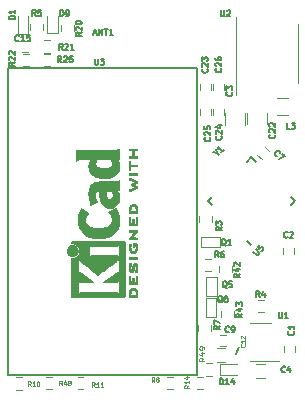
<source format=gbr>
G04 #@! TF.FileFunction,Legend,Top*
%FSLAX46Y46*%
G04 Gerber Fmt 4.6, Leading zero omitted, Abs format (unit mm)*
G04 Created by KiCad (PCBNEW 4.0.6) date 01/21/18 22:34:32*
%MOMM*%
%LPD*%
G01*
G04 APERTURE LIST*
%ADD10C,0.100000*%
%ADD11C,0.200000*%
%ADD12C,0.120000*%
%ADD13C,0.150000*%
%ADD14C,0.010000*%
%ADD15C,0.127000*%
%ADD16C,0.076200*%
%ADD17C,0.095250*%
G04 APERTURE END LIST*
D10*
D11*
X151836755Y-115122960D02*
X151584025Y-115763040D01*
D12*
X150276840Y-115059560D02*
X150776840Y-115059560D01*
X150776840Y-114119560D02*
X150276840Y-114119560D01*
X156527600Y-107285600D02*
X156527600Y-106785600D01*
X155587600Y-106785600D02*
X155587600Y-107285600D01*
D13*
X149221089Y-102794359D02*
X149592320Y-102423128D01*
X156645711Y-102794359D02*
X156274480Y-103165590D01*
X152933400Y-99082048D02*
X152562169Y-99453279D01*
X152933400Y-106506670D02*
X152562169Y-106135439D01*
X156645711Y-102794359D02*
X156274480Y-102423128D01*
X152933400Y-99082048D02*
X153304631Y-99453279D01*
X149221089Y-102794359D02*
X149592320Y-103165590D01*
X148335000Y-91521000D02*
X132335000Y-91521000D01*
X132335000Y-91521000D02*
X132335000Y-117521000D01*
X132335000Y-117521000D02*
X148335000Y-117521000D01*
X148335000Y-117521000D02*
X148335000Y-91521000D01*
D12*
X155055380Y-94102640D02*
X156055380Y-94102640D01*
X156055380Y-95462640D02*
X155055380Y-95462640D01*
X138212600Y-118741600D02*
X138712600Y-118741600D01*
X138712600Y-117681600D02*
X138212600Y-117681600D01*
X135886000Y-90338500D02*
X135386000Y-90338500D01*
X135386000Y-91398500D02*
X135886000Y-91398500D01*
X135886000Y-89195500D02*
X135386000Y-89195500D01*
X135386000Y-90255500D02*
X135886000Y-90255500D01*
X134108000Y-90338500D02*
X133608000Y-90338500D01*
X133608000Y-91398500D02*
X134108000Y-91398500D01*
X133481000Y-90195500D02*
X133981000Y-90195500D01*
X133981000Y-89255500D02*
X133481000Y-89255500D01*
X148551800Y-92891800D02*
X148551800Y-93391800D01*
X149491800Y-93391800D02*
X149491800Y-92891800D01*
X150584000Y-95474600D02*
X150584000Y-94974600D01*
X149644000Y-94974600D02*
X149644000Y-95474600D01*
X149517200Y-95474600D02*
X149517200Y-94974600D01*
X148577200Y-94974600D02*
X148577200Y-95474600D01*
X149644000Y-92891800D02*
X149644000Y-93391800D01*
X150584000Y-93391800D02*
X150584000Y-92891800D01*
X133143840Y-88614380D02*
X134043840Y-88614380D01*
X134043840Y-88614380D02*
X134043840Y-87164380D01*
X133143840Y-88614380D02*
X133143840Y-87164380D01*
X135620340Y-88563400D02*
X136520340Y-88563400D01*
X136520340Y-88563400D02*
X136520340Y-87113400D01*
X135620340Y-88563400D02*
X135620340Y-87113400D01*
X134219540Y-87791060D02*
X134219540Y-88291060D01*
X135279540Y-88291060D02*
X135279540Y-87791060D01*
X149025800Y-108734000D02*
X149525800Y-108734000D01*
X149525800Y-107674000D02*
X149025800Y-107674000D01*
X148441000Y-113269800D02*
X148441000Y-113769800D01*
X149501000Y-113769800D02*
X149501000Y-113269800D01*
X132973000Y-118767000D02*
X133473000Y-118767000D01*
X133473000Y-117707000D02*
X132973000Y-117707000D01*
X136828120Y-87862180D02*
X136828120Y-88362180D01*
X137888120Y-88362180D02*
X137888120Y-87862180D01*
X151641500Y-93797000D02*
X151641500Y-87197000D01*
X156841500Y-92797000D02*
X156841500Y-87797000D01*
X150193600Y-108258800D02*
X150193600Y-108758800D01*
X151253600Y-108758800D02*
X151253600Y-108258800D01*
X151431400Y-112594200D02*
X151431400Y-112094200D01*
X150371400Y-112094200D02*
X150371400Y-112594200D01*
X155663800Y-115040600D02*
X155663800Y-115540600D01*
X156603800Y-115540600D02*
X156603800Y-115040600D01*
X153440283Y-98892983D02*
X153793837Y-99246537D01*
X154458517Y-98581857D02*
X154104963Y-98228303D01*
X150281600Y-116618600D02*
X150281600Y-117518600D01*
X150281600Y-117518600D02*
X151731600Y-117518600D01*
X150281600Y-116618600D02*
X151731600Y-116618600D01*
X135563800Y-118716200D02*
X136063800Y-118716200D01*
X136063800Y-117656200D02*
X135563800Y-117656200D01*
X149076600Y-117598600D02*
X149576600Y-117598600D01*
X149576600Y-116538600D02*
X149076600Y-116538600D01*
X154603200Y-113081200D02*
X152803200Y-113081200D01*
X152803200Y-116301200D02*
X155253200Y-116301200D01*
X145800000Y-118741600D02*
X146300000Y-118741600D01*
X146300000Y-117681600D02*
X145800000Y-117681600D01*
X148340000Y-118741600D02*
X148840000Y-118741600D01*
X148840000Y-117681600D02*
X148340000Y-117681600D01*
X152361000Y-96334200D02*
X152361000Y-95334200D01*
X150661000Y-95334200D02*
X150661000Y-96334200D01*
X154215200Y-96308800D02*
X154215200Y-95308800D01*
X152515200Y-95308800D02*
X152515200Y-96308800D01*
D10*
X149974000Y-109232800D02*
X149974000Y-110832800D01*
X149974000Y-110832800D02*
X149094000Y-110832800D01*
X149094000Y-109232800D02*
X149974000Y-109232800D01*
X149094000Y-110832800D02*
X149094000Y-109232800D01*
X149944400Y-111036200D02*
X149944400Y-112636200D01*
X149944400Y-112636200D02*
X149064400Y-112636200D01*
X149064400Y-111036200D02*
X149944400Y-111036200D01*
X149064400Y-112636200D02*
X149064400Y-111036200D01*
D12*
X149982440Y-115211300D02*
X150682440Y-115211300D01*
X150682440Y-116411300D02*
X149982440Y-116411300D01*
X153346100Y-116595600D02*
X154046100Y-116595600D01*
X154046100Y-117795600D02*
X153346100Y-117795600D01*
D10*
X150253600Y-106713600D02*
X148653600Y-106713600D01*
X148653600Y-106713600D02*
X148653600Y-105833600D01*
X150253600Y-105833600D02*
X150253600Y-106713600D01*
X148653600Y-105833600D02*
X150253600Y-105833600D01*
D12*
X149577200Y-104529700D02*
X149577200Y-104029700D01*
X148517200Y-104029700D02*
X148517200Y-104529700D01*
X153521600Y-112188400D02*
X154021600Y-112188400D01*
X154021600Y-111128400D02*
X153521600Y-111128400D01*
D14*
G36*
X142540566Y-110764291D02*
X142540967Y-110724809D01*
X142543759Y-110609120D01*
X142552050Y-110512231D01*
X142566732Y-110430839D01*
X142588693Y-110361643D01*
X142618822Y-110301340D01*
X142658010Y-110246628D01*
X142675032Y-110227087D01*
X142714863Y-110194670D01*
X142768913Y-110165440D01*
X142828823Y-110142911D01*
X142886239Y-110130599D01*
X142907456Y-110129320D01*
X142966269Y-110137337D01*
X143030513Y-110158819D01*
X143091321Y-110189919D01*
X143139830Y-110226786D01*
X143145682Y-110232774D01*
X143186821Y-110283499D01*
X143218935Y-110339045D01*
X143242865Y-110402616D01*
X143259453Y-110477414D01*
X143269541Y-110566642D01*
X143273969Y-110673502D01*
X143274345Y-110722448D01*
X143274045Y-110784682D01*
X143272792Y-110828448D01*
X143270054Y-110857851D01*
X143265301Y-110876999D01*
X143258001Y-110889997D01*
X143251767Y-110896965D01*
X143244194Y-110903546D01*
X143234424Y-110908708D01*
X143219840Y-110912623D01*
X143197826Y-110915463D01*
X143165764Y-110917400D01*
X143121036Y-110918604D01*
X143061026Y-110919248D01*
X142983117Y-110919503D01*
X142907456Y-110919542D01*
X142806541Y-110919790D01*
X142725927Y-110919737D01*
X142687322Y-110918777D01*
X142687322Y-110772787D01*
X143127589Y-110772787D01*
X143127504Y-110679654D01*
X143125896Y-110623613D01*
X143121756Y-110564919D01*
X143115964Y-110515948D01*
X143115726Y-110514458D01*
X143096590Y-110435312D01*
X143066787Y-110373922D01*
X143024378Y-110327225D01*
X142978461Y-110297555D01*
X142927526Y-110279273D01*
X142879700Y-110280691D01*
X142828433Y-110301908D01*
X142775399Y-110343409D01*
X142736100Y-110400918D01*
X142709831Y-110475670D01*
X142700535Y-110525628D01*
X142694007Y-110582336D01*
X142689282Y-110642439D01*
X142687317Y-110693559D01*
X142687308Y-110696587D01*
X142687322Y-110772787D01*
X142687322Y-110918777D01*
X142663351Y-110918180D01*
X142616555Y-110913918D01*
X142583278Y-110905750D01*
X142561259Y-110892476D01*
X142548239Y-110872894D01*
X142541957Y-110845803D01*
X142540153Y-110810002D01*
X142540566Y-110764291D01*
X142540566Y-110764291D01*
G37*
X142540566Y-110764291D02*
X142540967Y-110724809D01*
X142543759Y-110609120D01*
X142552050Y-110512231D01*
X142566732Y-110430839D01*
X142588693Y-110361643D01*
X142618822Y-110301340D01*
X142658010Y-110246628D01*
X142675032Y-110227087D01*
X142714863Y-110194670D01*
X142768913Y-110165440D01*
X142828823Y-110142911D01*
X142886239Y-110130599D01*
X142907456Y-110129320D01*
X142966269Y-110137337D01*
X143030513Y-110158819D01*
X143091321Y-110189919D01*
X143139830Y-110226786D01*
X143145682Y-110232774D01*
X143186821Y-110283499D01*
X143218935Y-110339045D01*
X143242865Y-110402616D01*
X143259453Y-110477414D01*
X143269541Y-110566642D01*
X143273969Y-110673502D01*
X143274345Y-110722448D01*
X143274045Y-110784682D01*
X143272792Y-110828448D01*
X143270054Y-110857851D01*
X143265301Y-110876999D01*
X143258001Y-110889997D01*
X143251767Y-110896965D01*
X143244194Y-110903546D01*
X143234424Y-110908708D01*
X143219840Y-110912623D01*
X143197826Y-110915463D01*
X143165764Y-110917400D01*
X143121036Y-110918604D01*
X143061026Y-110919248D01*
X142983117Y-110919503D01*
X142907456Y-110919542D01*
X142806541Y-110919790D01*
X142725927Y-110919737D01*
X142687322Y-110918777D01*
X142687322Y-110772787D01*
X143127589Y-110772787D01*
X143127504Y-110679654D01*
X143125896Y-110623613D01*
X143121756Y-110564919D01*
X143115964Y-110515948D01*
X143115726Y-110514458D01*
X143096590Y-110435312D01*
X143066787Y-110373922D01*
X143024378Y-110327225D01*
X142978461Y-110297555D01*
X142927526Y-110279273D01*
X142879700Y-110280691D01*
X142828433Y-110301908D01*
X142775399Y-110343409D01*
X142736100Y-110400918D01*
X142709831Y-110475670D01*
X142700535Y-110525628D01*
X142694007Y-110582336D01*
X142689282Y-110642439D01*
X142687317Y-110693559D01*
X142687308Y-110696587D01*
X142687322Y-110772787D01*
X142687322Y-110918777D01*
X142663351Y-110918180D01*
X142616555Y-110913918D01*
X142583278Y-110905750D01*
X142561259Y-110892476D01*
X142548239Y-110872894D01*
X142541957Y-110845803D01*
X142540153Y-110810002D01*
X142540566Y-110764291D01*
G36*
X142540646Y-109355714D02*
X142541018Y-109286306D01*
X142541885Y-109233917D01*
X142543446Y-109195767D01*
X142545903Y-109169079D01*
X142549457Y-109151073D01*
X142554310Y-109138969D01*
X142560661Y-109129989D01*
X142563584Y-109126738D01*
X142594642Y-109106963D01*
X142630328Y-109103402D01*
X142662010Y-109116411D01*
X142668413Y-109122426D01*
X142674621Y-109132155D01*
X142679410Y-109147821D01*
X142683014Y-109172328D01*
X142685664Y-109208581D01*
X142687595Y-109259485D01*
X142689039Y-109327946D01*
X142689918Y-109390537D01*
X142692967Y-109638254D01*
X142757878Y-109641639D01*
X142822789Y-109645025D01*
X142822789Y-109476878D01*
X142823419Y-109403879D01*
X142826053Y-109350437D01*
X142831809Y-109313548D01*
X142841804Y-109290208D01*
X142857156Y-109277414D01*
X142878982Y-109272162D01*
X142899238Y-109271365D01*
X142924092Y-109273843D01*
X142942406Y-109283197D01*
X142955137Y-109302303D01*
X142963241Y-109334038D01*
X142967676Y-109381279D01*
X142969399Y-109446903D01*
X142969545Y-109482721D01*
X142969545Y-109643898D01*
X143127589Y-109643898D01*
X143127589Y-109395542D01*
X143127702Y-109314133D01*
X143128212Y-109252262D01*
X143129370Y-109206888D01*
X143131430Y-109174974D01*
X143134646Y-109153479D01*
X143139272Y-109139363D01*
X143145559Y-109129588D01*
X143150167Y-109124609D01*
X143177060Y-109107530D01*
X143200967Y-109102031D01*
X143230167Y-109109883D01*
X143251767Y-109124609D01*
X143258566Y-109132466D01*
X143263846Y-109142608D01*
X143267798Y-109157764D01*
X143270613Y-109180661D01*
X143272482Y-109214029D01*
X143273598Y-109260595D01*
X143274151Y-109323087D01*
X143274333Y-109404234D01*
X143274345Y-109446342D01*
X143274265Y-109536518D01*
X143273898Y-109606844D01*
X143273052Y-109660049D01*
X143271536Y-109698860D01*
X143269159Y-109726007D01*
X143265729Y-109744218D01*
X143261054Y-109756220D01*
X143254944Y-109764742D01*
X143251767Y-109768076D01*
X143244170Y-109774675D01*
X143234370Y-109779847D01*
X143219739Y-109783766D01*
X143197652Y-109786604D01*
X143165482Y-109788535D01*
X143120603Y-109789732D01*
X143060389Y-109790368D01*
X142982213Y-109790617D01*
X142909423Y-109790654D01*
X142816207Y-109790620D01*
X142742931Y-109790385D01*
X142686958Y-109789750D01*
X142645651Y-109788514D01*
X142616372Y-109786476D01*
X142596484Y-109783437D01*
X142583350Y-109779197D01*
X142574332Y-109773555D01*
X142566793Y-109766311D01*
X142565112Y-109764526D01*
X142557672Y-109755865D01*
X142551909Y-109745802D01*
X142547612Y-109731545D01*
X142544564Y-109710303D01*
X142542551Y-109679284D01*
X142541360Y-109635697D01*
X142540775Y-109576751D01*
X142540583Y-109499654D01*
X142540567Y-109444921D01*
X142540646Y-109355714D01*
X142540646Y-109355714D01*
G37*
X142540646Y-109355714D02*
X142541018Y-109286306D01*
X142541885Y-109233917D01*
X142543446Y-109195767D01*
X142545903Y-109169079D01*
X142549457Y-109151073D01*
X142554310Y-109138969D01*
X142560661Y-109129989D01*
X142563584Y-109126738D01*
X142594642Y-109106963D01*
X142630328Y-109103402D01*
X142662010Y-109116411D01*
X142668413Y-109122426D01*
X142674621Y-109132155D01*
X142679410Y-109147821D01*
X142683014Y-109172328D01*
X142685664Y-109208581D01*
X142687595Y-109259485D01*
X142689039Y-109327946D01*
X142689918Y-109390537D01*
X142692967Y-109638254D01*
X142757878Y-109641639D01*
X142822789Y-109645025D01*
X142822789Y-109476878D01*
X142823419Y-109403879D01*
X142826053Y-109350437D01*
X142831809Y-109313548D01*
X142841804Y-109290208D01*
X142857156Y-109277414D01*
X142878982Y-109272162D01*
X142899238Y-109271365D01*
X142924092Y-109273843D01*
X142942406Y-109283197D01*
X142955137Y-109302303D01*
X142963241Y-109334038D01*
X142967676Y-109381279D01*
X142969399Y-109446903D01*
X142969545Y-109482721D01*
X142969545Y-109643898D01*
X143127589Y-109643898D01*
X143127589Y-109395542D01*
X143127702Y-109314133D01*
X143128212Y-109252262D01*
X143129370Y-109206888D01*
X143131430Y-109174974D01*
X143134646Y-109153479D01*
X143139272Y-109139363D01*
X143145559Y-109129588D01*
X143150167Y-109124609D01*
X143177060Y-109107530D01*
X143200967Y-109102031D01*
X143230167Y-109109883D01*
X143251767Y-109124609D01*
X143258566Y-109132466D01*
X143263846Y-109142608D01*
X143267798Y-109157764D01*
X143270613Y-109180661D01*
X143272482Y-109214029D01*
X143273598Y-109260595D01*
X143274151Y-109323087D01*
X143274333Y-109404234D01*
X143274345Y-109446342D01*
X143274265Y-109536518D01*
X143273898Y-109606844D01*
X143273052Y-109660049D01*
X143271536Y-109698860D01*
X143269159Y-109726007D01*
X143265729Y-109744218D01*
X143261054Y-109756220D01*
X143254944Y-109764742D01*
X143251767Y-109768076D01*
X143244170Y-109774675D01*
X143234370Y-109779847D01*
X143219739Y-109783766D01*
X143197652Y-109786604D01*
X143165482Y-109788535D01*
X143120603Y-109789732D01*
X143060389Y-109790368D01*
X142982213Y-109790617D01*
X142909423Y-109790654D01*
X142816207Y-109790620D01*
X142742931Y-109790385D01*
X142686958Y-109789750D01*
X142645651Y-109788514D01*
X142616372Y-109786476D01*
X142596484Y-109783437D01*
X142583350Y-109779197D01*
X142574332Y-109773555D01*
X142566793Y-109766311D01*
X142565112Y-109764526D01*
X142557672Y-109755865D01*
X142551909Y-109745802D01*
X142547612Y-109731545D01*
X142544564Y-109710303D01*
X142542551Y-109679284D01*
X142541360Y-109635697D01*
X142540775Y-109576751D01*
X142540583Y-109499654D01*
X142540567Y-109444921D01*
X142540646Y-109355714D01*
G36*
X142541851Y-108334623D02*
X142547081Y-108259808D01*
X142555250Y-108190226D01*
X142566050Y-108129922D01*
X142579173Y-108082940D01*
X142594313Y-108053326D01*
X142598769Y-108048780D01*
X142633350Y-108032974D01*
X142668851Y-108037767D01*
X142699225Y-108062284D01*
X142700096Y-108063454D01*
X142709454Y-108077874D01*
X142714376Y-108092928D01*
X142714973Y-108113925D01*
X142711361Y-108146177D01*
X142703654Y-108194993D01*
X142703005Y-108198920D01*
X142694069Y-108271659D01*
X142689661Y-108350137D01*
X142689619Y-108428847D01*
X142693779Y-108502281D01*
X142701979Y-108564931D01*
X142714057Y-108611290D01*
X142715271Y-108614336D01*
X142734115Y-108647968D01*
X142753185Y-108659784D01*
X142771939Y-108650534D01*
X142789837Y-108620967D01*
X142806337Y-108571831D01*
X142820896Y-108503877D01*
X142827906Y-108458565D01*
X142841389Y-108364376D01*
X142853714Y-108289464D01*
X142865949Y-108230637D01*
X142879161Y-108184705D01*
X142894417Y-108148475D01*
X142912785Y-108118758D01*
X142935331Y-108092362D01*
X142957471Y-108071150D01*
X142988319Y-108045985D01*
X143014845Y-108033601D01*
X143047526Y-108029728D01*
X143059495Y-108029587D01*
X143099212Y-108032496D01*
X143128759Y-108044122D01*
X143154986Y-108064243D01*
X143195076Y-108105136D01*
X143225649Y-108150737D01*
X143247703Y-108204433D01*
X143262235Y-108269612D01*
X143270241Y-108349664D01*
X143272718Y-108447977D01*
X143272677Y-108464209D01*
X143271318Y-108529769D01*
X143268230Y-108594786D01*
X143263856Y-108652172D01*
X143258640Y-108694842D01*
X143258041Y-108698292D01*
X143247991Y-108740716D01*
X143235296Y-108776700D01*
X143223690Y-108797070D01*
X143193072Y-108816027D01*
X143157418Y-108817347D01*
X143125644Y-108801005D01*
X143122051Y-108797349D01*
X143111376Y-108782235D01*
X143106776Y-108763335D01*
X143107559Y-108734082D01*
X143111627Y-108698571D01*
X143115262Y-108658890D01*
X143118328Y-108603265D01*
X143120553Y-108538326D01*
X143121664Y-108470705D01*
X143121737Y-108452920D01*
X143121464Y-108385048D01*
X143120146Y-108335374D01*
X143117327Y-108299530D01*
X143112550Y-108273144D01*
X143105357Y-108251846D01*
X143099367Y-108239046D01*
X143082733Y-108210920D01*
X143067668Y-108192988D01*
X143063397Y-108190367D01*
X143045763Y-108195896D01*
X143028692Y-108222180D01*
X143012958Y-108267398D01*
X142999338Y-108329728D01*
X142996304Y-108348091D01*
X142981238Y-108444010D01*
X142968646Y-108520561D01*
X142957611Y-108580700D01*
X142947220Y-108627380D01*
X142936556Y-108663557D01*
X142924705Y-108692185D01*
X142910751Y-108716218D01*
X142893781Y-108738612D01*
X142872878Y-108762322D01*
X142865549Y-108770300D01*
X142838199Y-108798273D01*
X142816529Y-108813080D01*
X142791732Y-108818872D01*
X142760483Y-108819809D01*
X142699205Y-108809495D01*
X142647140Y-108778672D01*
X142604458Y-108727515D01*
X142571325Y-108656203D01*
X142556464Y-108605320D01*
X142546866Y-108550020D01*
X142541436Y-108483773D01*
X142539867Y-108410626D01*
X142541851Y-108334623D01*
X142541851Y-108334623D01*
G37*
X142541851Y-108334623D02*
X142547081Y-108259808D01*
X142555250Y-108190226D01*
X142566050Y-108129922D01*
X142579173Y-108082940D01*
X142594313Y-108053326D01*
X142598769Y-108048780D01*
X142633350Y-108032974D01*
X142668851Y-108037767D01*
X142699225Y-108062284D01*
X142700096Y-108063454D01*
X142709454Y-108077874D01*
X142714376Y-108092928D01*
X142714973Y-108113925D01*
X142711361Y-108146177D01*
X142703654Y-108194993D01*
X142703005Y-108198920D01*
X142694069Y-108271659D01*
X142689661Y-108350137D01*
X142689619Y-108428847D01*
X142693779Y-108502281D01*
X142701979Y-108564931D01*
X142714057Y-108611290D01*
X142715271Y-108614336D01*
X142734115Y-108647968D01*
X142753185Y-108659784D01*
X142771939Y-108650534D01*
X142789837Y-108620967D01*
X142806337Y-108571831D01*
X142820896Y-108503877D01*
X142827906Y-108458565D01*
X142841389Y-108364376D01*
X142853714Y-108289464D01*
X142865949Y-108230637D01*
X142879161Y-108184705D01*
X142894417Y-108148475D01*
X142912785Y-108118758D01*
X142935331Y-108092362D01*
X142957471Y-108071150D01*
X142988319Y-108045985D01*
X143014845Y-108033601D01*
X143047526Y-108029728D01*
X143059495Y-108029587D01*
X143099212Y-108032496D01*
X143128759Y-108044122D01*
X143154986Y-108064243D01*
X143195076Y-108105136D01*
X143225649Y-108150737D01*
X143247703Y-108204433D01*
X143262235Y-108269612D01*
X143270241Y-108349664D01*
X143272718Y-108447977D01*
X143272677Y-108464209D01*
X143271318Y-108529769D01*
X143268230Y-108594786D01*
X143263856Y-108652172D01*
X143258640Y-108694842D01*
X143258041Y-108698292D01*
X143247991Y-108740716D01*
X143235296Y-108776700D01*
X143223690Y-108797070D01*
X143193072Y-108816027D01*
X143157418Y-108817347D01*
X143125644Y-108801005D01*
X143122051Y-108797349D01*
X143111376Y-108782235D01*
X143106776Y-108763335D01*
X143107559Y-108734082D01*
X143111627Y-108698571D01*
X143115262Y-108658890D01*
X143118328Y-108603265D01*
X143120553Y-108538326D01*
X143121664Y-108470705D01*
X143121737Y-108452920D01*
X143121464Y-108385048D01*
X143120146Y-108335374D01*
X143117327Y-108299530D01*
X143112550Y-108273144D01*
X143105357Y-108251846D01*
X143099367Y-108239046D01*
X143082733Y-108210920D01*
X143067668Y-108192988D01*
X143063397Y-108190367D01*
X143045763Y-108195896D01*
X143028692Y-108222180D01*
X143012958Y-108267398D01*
X142999338Y-108329728D01*
X142996304Y-108348091D01*
X142981238Y-108444010D01*
X142968646Y-108520561D01*
X142957611Y-108580700D01*
X142947220Y-108627380D01*
X142936556Y-108663557D01*
X142924705Y-108692185D01*
X142910751Y-108716218D01*
X142893781Y-108738612D01*
X142872878Y-108762322D01*
X142865549Y-108770300D01*
X142838199Y-108798273D01*
X142816529Y-108813080D01*
X142791732Y-108818872D01*
X142760483Y-108819809D01*
X142699205Y-108809495D01*
X142647140Y-108778672D01*
X142604458Y-108727515D01*
X142571325Y-108656203D01*
X142556464Y-108605320D01*
X142546866Y-108550020D01*
X142541436Y-108483773D01*
X142539867Y-108410626D01*
X142541851Y-108334623D01*
G36*
X142563145Y-107566742D02*
X142570718Y-107560162D01*
X142580487Y-107554999D01*
X142595071Y-107551084D01*
X142617085Y-107548244D01*
X142649148Y-107546307D01*
X142693875Y-107545103D01*
X142753885Y-107544459D01*
X142831794Y-107544204D01*
X142907456Y-107544165D01*
X143001302Y-107544234D01*
X143075189Y-107544558D01*
X143131732Y-107545306D01*
X143173549Y-107546652D01*
X143203257Y-107548766D01*
X143223473Y-107551820D01*
X143236814Y-107555986D01*
X143245898Y-107561436D01*
X143251767Y-107566742D01*
X143271447Y-107599746D01*
X143269681Y-107634911D01*
X143248217Y-107666375D01*
X143239837Y-107673604D01*
X143230114Y-107679254D01*
X143216361Y-107683519D01*
X143195889Y-107686593D01*
X143166012Y-107688672D01*
X143124041Y-107689950D01*
X143067289Y-107690621D01*
X142993067Y-107690879D01*
X142909037Y-107690920D01*
X142595985Y-107690920D01*
X142568276Y-107663211D01*
X142544963Y-107629057D01*
X142544123Y-107595926D01*
X142563145Y-107566742D01*
X142563145Y-107566742D01*
G37*
X142563145Y-107566742D02*
X142570718Y-107560162D01*
X142580487Y-107554999D01*
X142595071Y-107551084D01*
X142617085Y-107548244D01*
X142649148Y-107546307D01*
X142693875Y-107545103D01*
X142753885Y-107544459D01*
X142831794Y-107544204D01*
X142907456Y-107544165D01*
X143001302Y-107544234D01*
X143075189Y-107544558D01*
X143131732Y-107545306D01*
X143173549Y-107546652D01*
X143203257Y-107548766D01*
X143223473Y-107551820D01*
X143236814Y-107555986D01*
X143245898Y-107561436D01*
X143251767Y-107566742D01*
X143271447Y-107599746D01*
X143269681Y-107634911D01*
X143248217Y-107666375D01*
X143239837Y-107673604D01*
X143230114Y-107679254D01*
X143216361Y-107683519D01*
X143195889Y-107686593D01*
X143166012Y-107688672D01*
X143124041Y-107689950D01*
X143067289Y-107690621D01*
X142993067Y-107690879D01*
X142909037Y-107690920D01*
X142595985Y-107690920D01*
X142568276Y-107663211D01*
X142544963Y-107629057D01*
X142544123Y-107595926D01*
X142563145Y-107566742D01*
G36*
X142546099Y-106593001D02*
X142557595Y-106524485D01*
X142575467Y-106471863D01*
X142598999Y-106437628D01*
X142612424Y-106428299D01*
X142643648Y-106418813D01*
X142671895Y-106425197D01*
X142698682Y-106445350D01*
X142711213Y-106476665D01*
X142710196Y-106522103D01*
X142703406Y-106557246D01*
X142690471Y-106635339D01*
X142689242Y-106715146D01*
X142699741Y-106804475D01*
X142704190Y-106829149D01*
X142727608Y-106912211D01*
X142762445Y-106977193D01*
X142808104Y-107023381D01*
X142863994Y-107050065D01*
X142892888Y-107055583D01*
X142951512Y-107051971D01*
X143003379Y-107028649D01*
X143047478Y-106987744D01*
X143082799Y-106931379D01*
X143108329Y-106861680D01*
X143123059Y-106780772D01*
X143125978Y-106690780D01*
X143116075Y-106593830D01*
X143115141Y-106588356D01*
X143107959Y-106549795D01*
X143101021Y-106528414D01*
X143090727Y-106519147D01*
X143073476Y-106516926D01*
X143064341Y-106516876D01*
X143025989Y-106516876D01*
X143025989Y-106585351D01*
X143021847Y-106645820D01*
X143008647Y-106687085D01*
X142985230Y-106711095D01*
X142950436Y-106719797D01*
X142945894Y-106719903D01*
X142916154Y-106714812D01*
X142894919Y-106697353D01*
X142880866Y-106664859D01*
X142872673Y-106614663D01*
X142869661Y-106566043D01*
X142867933Y-106495376D01*
X142870570Y-106444118D01*
X142880300Y-106409159D01*
X142899853Y-106387390D01*
X142931956Y-106375700D01*
X142979338Y-106370980D01*
X143041571Y-106370120D01*
X143111035Y-106371529D01*
X143158286Y-106375768D01*
X143183512Y-106382856D01*
X143185488Y-106384231D01*
X143217008Y-106423148D01*
X143241970Y-106480206D01*
X143259840Y-106551789D01*
X143270086Y-106634278D01*
X143272173Y-106724059D01*
X143265568Y-106817512D01*
X143257456Y-106872476D01*
X143233054Y-106958686D01*
X143193162Y-107038812D01*
X143141387Y-107105897D01*
X143131039Y-107116093D01*
X143087535Y-107149222D01*
X143033618Y-107179114D01*
X142977092Y-107202277D01*
X142925759Y-107215218D01*
X142906044Y-107216778D01*
X142864919Y-107210138D01*
X142813752Y-107192488D01*
X142759894Y-107167217D01*
X142710695Y-107137709D01*
X142677834Y-107111639D01*
X142628952Y-107050685D01*
X142590045Y-106971889D01*
X142561994Y-106878077D01*
X142545679Y-106772070D01*
X142541692Y-106674920D01*
X142546099Y-106593001D01*
X142546099Y-106593001D01*
G37*
X142546099Y-106593001D02*
X142557595Y-106524485D01*
X142575467Y-106471863D01*
X142598999Y-106437628D01*
X142612424Y-106428299D01*
X142643648Y-106418813D01*
X142671895Y-106425197D01*
X142698682Y-106445350D01*
X142711213Y-106476665D01*
X142710196Y-106522103D01*
X142703406Y-106557246D01*
X142690471Y-106635339D01*
X142689242Y-106715146D01*
X142699741Y-106804475D01*
X142704190Y-106829149D01*
X142727608Y-106912211D01*
X142762445Y-106977193D01*
X142808104Y-107023381D01*
X142863994Y-107050065D01*
X142892888Y-107055583D01*
X142951512Y-107051971D01*
X143003379Y-107028649D01*
X143047478Y-106987744D01*
X143082799Y-106931379D01*
X143108329Y-106861680D01*
X143123059Y-106780772D01*
X143125978Y-106690780D01*
X143116075Y-106593830D01*
X143115141Y-106588356D01*
X143107959Y-106549795D01*
X143101021Y-106528414D01*
X143090727Y-106519147D01*
X143073476Y-106516926D01*
X143064341Y-106516876D01*
X143025989Y-106516876D01*
X143025989Y-106585351D01*
X143021847Y-106645820D01*
X143008647Y-106687085D01*
X142985230Y-106711095D01*
X142950436Y-106719797D01*
X142945894Y-106719903D01*
X142916154Y-106714812D01*
X142894919Y-106697353D01*
X142880866Y-106664859D01*
X142872673Y-106614663D01*
X142869661Y-106566043D01*
X142867933Y-106495376D01*
X142870570Y-106444118D01*
X142880300Y-106409159D01*
X142899853Y-106387390D01*
X142931956Y-106375700D01*
X142979338Y-106370980D01*
X143041571Y-106370120D01*
X143111035Y-106371529D01*
X143158286Y-106375768D01*
X143183512Y-106382856D01*
X143185488Y-106384231D01*
X143217008Y-106423148D01*
X143241970Y-106480206D01*
X143259840Y-106551789D01*
X143270086Y-106634278D01*
X143272173Y-106724059D01*
X143265568Y-106817512D01*
X143257456Y-106872476D01*
X143233054Y-106958686D01*
X143193162Y-107038812D01*
X143141387Y-107105897D01*
X143131039Y-107116093D01*
X143087535Y-107149222D01*
X143033618Y-107179114D01*
X142977092Y-107202277D01*
X142925759Y-107215218D01*
X142906044Y-107216778D01*
X142864919Y-107210138D01*
X142813752Y-107192488D01*
X142759894Y-107167217D01*
X142710695Y-107137709D01*
X142677834Y-107111639D01*
X142628952Y-107050685D01*
X142590045Y-106971889D01*
X142561994Y-106878077D01*
X142545679Y-106772070D01*
X142541692Y-106674920D01*
X142546099Y-106593001D01*
G36*
X142544948Y-105943034D02*
X142558773Y-105919468D01*
X142581381Y-105888655D01*
X142613838Y-105848998D01*
X142657208Y-105798900D01*
X142712558Y-105736763D01*
X142780951Y-105660992D01*
X142859584Y-105574254D01*
X143023378Y-105393631D01*
X142803529Y-105387987D01*
X142727851Y-105385949D01*
X142671494Y-105383983D01*
X142631206Y-105381654D01*
X142603735Y-105378526D01*
X142585829Y-105374165D01*
X142574237Y-105368136D01*
X142565708Y-105360004D01*
X142562123Y-105355692D01*
X142543170Y-105321161D01*
X142545941Y-105288303D01*
X142562133Y-105262238D01*
X142583699Y-105235587D01*
X142898651Y-105232272D01*
X142991279Y-105231355D01*
X143064044Y-105230888D01*
X143119661Y-105231033D01*
X143160842Y-105231952D01*
X143190303Y-105233807D01*
X143210755Y-105236759D01*
X143224913Y-105240970D01*
X143235491Y-105246602D01*
X143243974Y-105252847D01*
X143259707Y-105266359D01*
X143270136Y-105279803D01*
X143274139Y-105295044D01*
X143270594Y-105313946D01*
X143258379Y-105338375D01*
X143236371Y-105370193D01*
X143203449Y-105411268D01*
X143158491Y-105463462D01*
X143100375Y-105528642D01*
X143033599Y-105602476D01*
X142792958Y-105867765D01*
X143012089Y-105873409D01*
X143087628Y-105875451D01*
X143143854Y-105877422D01*
X143184024Y-105879759D01*
X143211396Y-105882901D01*
X143229228Y-105887284D01*
X143240779Y-105893344D01*
X143249307Y-105901520D01*
X143252782Y-105905704D01*
X143271872Y-105942685D01*
X143268993Y-105977628D01*
X143244600Y-106008056D01*
X143234786Y-106015017D01*
X143223326Y-106020443D01*
X143207468Y-106024523D01*
X143184463Y-106027449D01*
X143151562Y-106029412D01*
X143106016Y-106030603D01*
X143045073Y-106031212D01*
X142965986Y-106031431D01*
X142907456Y-106031454D01*
X142815907Y-106031380D01*
X142744187Y-106031033D01*
X142689545Y-106030221D01*
X142649232Y-106028753D01*
X142620498Y-106026439D01*
X142600593Y-106023087D01*
X142586768Y-106018508D01*
X142576272Y-106012509D01*
X142570311Y-106008056D01*
X142556191Y-105996770D01*
X142545529Y-105986221D01*
X142539392Y-105974813D01*
X142538843Y-105960950D01*
X142544948Y-105943034D01*
X142544948Y-105943034D01*
G37*
X142544948Y-105943034D02*
X142558773Y-105919468D01*
X142581381Y-105888655D01*
X142613838Y-105848998D01*
X142657208Y-105798900D01*
X142712558Y-105736763D01*
X142780951Y-105660992D01*
X142859584Y-105574254D01*
X143023378Y-105393631D01*
X142803529Y-105387987D01*
X142727851Y-105385949D01*
X142671494Y-105383983D01*
X142631206Y-105381654D01*
X142603735Y-105378526D01*
X142585829Y-105374165D01*
X142574237Y-105368136D01*
X142565708Y-105360004D01*
X142562123Y-105355692D01*
X142543170Y-105321161D01*
X142545941Y-105288303D01*
X142562133Y-105262238D01*
X142583699Y-105235587D01*
X142898651Y-105232272D01*
X142991279Y-105231355D01*
X143064044Y-105230888D01*
X143119661Y-105231033D01*
X143160842Y-105231952D01*
X143190303Y-105233807D01*
X143210755Y-105236759D01*
X143224913Y-105240970D01*
X143235491Y-105246602D01*
X143243974Y-105252847D01*
X143259707Y-105266359D01*
X143270136Y-105279803D01*
X143274139Y-105295044D01*
X143270594Y-105313946D01*
X143258379Y-105338375D01*
X143236371Y-105370193D01*
X143203449Y-105411268D01*
X143158491Y-105463462D01*
X143100375Y-105528642D01*
X143033599Y-105602476D01*
X142792958Y-105867765D01*
X143012089Y-105873409D01*
X143087628Y-105875451D01*
X143143854Y-105877422D01*
X143184024Y-105879759D01*
X143211396Y-105882901D01*
X143229228Y-105887284D01*
X143240779Y-105893344D01*
X143249307Y-105901520D01*
X143252782Y-105905704D01*
X143271872Y-105942685D01*
X143268993Y-105977628D01*
X143244600Y-106008056D01*
X143234786Y-106015017D01*
X143223326Y-106020443D01*
X143207468Y-106024523D01*
X143184463Y-106027449D01*
X143151562Y-106029412D01*
X143106016Y-106030603D01*
X143045073Y-106031212D01*
X142965986Y-106031431D01*
X142907456Y-106031454D01*
X142815907Y-106031380D01*
X142744187Y-106031033D01*
X142689545Y-106030221D01*
X142649232Y-106028753D01*
X142620498Y-106026439D01*
X142600593Y-106023087D01*
X142586768Y-106018508D01*
X142576272Y-106012509D01*
X142570311Y-106008056D01*
X142556191Y-105996770D01*
X142545529Y-105986221D01*
X142539392Y-105974813D01*
X142538843Y-105960950D01*
X142544948Y-105943034D01*
G36*
X142540760Y-104412577D02*
X142541674Y-104336219D01*
X142543811Y-104277703D01*
X142547675Y-104234665D01*
X142553767Y-104204737D01*
X142562590Y-104185552D01*
X142574646Y-104174744D01*
X142590439Y-104169947D01*
X142610470Y-104168793D01*
X142612835Y-104168787D01*
X142635492Y-104169789D01*
X142653003Y-104174524D01*
X142666074Y-104185587D01*
X142675413Y-104205572D01*
X142681727Y-104237074D01*
X142685722Y-104282688D01*
X142688106Y-104345007D01*
X142689586Y-104426627D01*
X142689914Y-104451643D01*
X142692967Y-104693720D01*
X142757878Y-104697106D01*
X142822789Y-104700491D01*
X142822789Y-104532344D01*
X142823031Y-104466654D01*
X142824056Y-104419748D01*
X142826311Y-104387837D01*
X142830242Y-104367129D01*
X142836298Y-104353836D01*
X142844924Y-104344165D01*
X142844993Y-104344103D01*
X142878612Y-104326564D01*
X142914948Y-104327198D01*
X142945923Y-104345606D01*
X142949107Y-104349249D01*
X142957312Y-104362179D01*
X142963021Y-104379896D01*
X142966662Y-104406350D01*
X142968667Y-104445488D01*
X142969464Y-104501258D01*
X142969545Y-104536926D01*
X142969545Y-104699365D01*
X143127589Y-104699365D01*
X143127589Y-104452759D01*
X143127731Y-104371340D01*
X143128314Y-104309510D01*
X143129568Y-104264283D01*
X143131727Y-104232672D01*
X143135023Y-104211689D01*
X143139689Y-104198347D01*
X143145957Y-104189659D01*
X143148233Y-104187470D01*
X143179780Y-104171306D01*
X143215668Y-104170123D01*
X143246785Y-104183384D01*
X143256771Y-104193877D01*
X143262269Y-104204791D01*
X143266522Y-104221703D01*
X143269680Y-104247287D01*
X143271892Y-104284219D01*
X143273306Y-104335174D01*
X143274072Y-104402826D01*
X143274338Y-104489851D01*
X143274345Y-104509526D01*
X143274287Y-104598009D01*
X143273967Y-104666693D01*
X143273167Y-104718356D01*
X143271667Y-104755775D01*
X143269249Y-104781730D01*
X143265694Y-104798998D01*
X143260782Y-104810358D01*
X143254295Y-104818588D01*
X143249638Y-104823103D01*
X143241389Y-104829899D01*
X143231169Y-104835208D01*
X143216300Y-104839214D01*
X143194102Y-104842099D01*
X143161893Y-104844046D01*
X143116996Y-104845239D01*
X143056728Y-104845859D01*
X142978411Y-104846091D01*
X142912494Y-104846120D01*
X142820128Y-104846049D01*
X142747617Y-104845712D01*
X142692237Y-104844922D01*
X142651265Y-104843494D01*
X142621978Y-104841241D01*
X142601653Y-104837977D01*
X142587566Y-104833516D01*
X142576995Y-104827672D01*
X142570311Y-104822723D01*
X142540567Y-104799326D01*
X142540567Y-104509146D01*
X142540760Y-104412577D01*
X142540760Y-104412577D01*
G37*
X142540760Y-104412577D02*
X142541674Y-104336219D01*
X142543811Y-104277703D01*
X142547675Y-104234665D01*
X142553767Y-104204737D01*
X142562590Y-104185552D01*
X142574646Y-104174744D01*
X142590439Y-104169947D01*
X142610470Y-104168793D01*
X142612835Y-104168787D01*
X142635492Y-104169789D01*
X142653003Y-104174524D01*
X142666074Y-104185587D01*
X142675413Y-104205572D01*
X142681727Y-104237074D01*
X142685722Y-104282688D01*
X142688106Y-104345007D01*
X142689586Y-104426627D01*
X142689914Y-104451643D01*
X142692967Y-104693720D01*
X142757878Y-104697106D01*
X142822789Y-104700491D01*
X142822789Y-104532344D01*
X142823031Y-104466654D01*
X142824056Y-104419748D01*
X142826311Y-104387837D01*
X142830242Y-104367129D01*
X142836298Y-104353836D01*
X142844924Y-104344165D01*
X142844993Y-104344103D01*
X142878612Y-104326564D01*
X142914948Y-104327198D01*
X142945923Y-104345606D01*
X142949107Y-104349249D01*
X142957312Y-104362179D01*
X142963021Y-104379896D01*
X142966662Y-104406350D01*
X142968667Y-104445488D01*
X142969464Y-104501258D01*
X142969545Y-104536926D01*
X142969545Y-104699365D01*
X143127589Y-104699365D01*
X143127589Y-104452759D01*
X143127731Y-104371340D01*
X143128314Y-104309510D01*
X143129568Y-104264283D01*
X143131727Y-104232672D01*
X143135023Y-104211689D01*
X143139689Y-104198347D01*
X143145957Y-104189659D01*
X143148233Y-104187470D01*
X143179780Y-104171306D01*
X143215668Y-104170123D01*
X143246785Y-104183384D01*
X143256771Y-104193877D01*
X143262269Y-104204791D01*
X143266522Y-104221703D01*
X143269680Y-104247287D01*
X143271892Y-104284219D01*
X143273306Y-104335174D01*
X143274072Y-104402826D01*
X143274338Y-104489851D01*
X143274345Y-104509526D01*
X143274287Y-104598009D01*
X143273967Y-104666693D01*
X143273167Y-104718356D01*
X143271667Y-104755775D01*
X143269249Y-104781730D01*
X143265694Y-104798998D01*
X143260782Y-104810358D01*
X143254295Y-104818588D01*
X143249638Y-104823103D01*
X143241389Y-104829899D01*
X143231169Y-104835208D01*
X143216300Y-104839214D01*
X143194102Y-104842099D01*
X143161893Y-104844046D01*
X143116996Y-104845239D01*
X143056728Y-104845859D01*
X142978411Y-104846091D01*
X142912494Y-104846120D01*
X142820128Y-104846049D01*
X142747617Y-104845712D01*
X142692237Y-104844922D01*
X142651265Y-104843494D01*
X142621978Y-104841241D01*
X142601653Y-104837977D01*
X142587566Y-104833516D01*
X142576995Y-104827672D01*
X142570311Y-104822723D01*
X142540567Y-104799326D01*
X142540567Y-104509146D01*
X142540760Y-104412577D01*
G36*
X142540775Y-103624611D02*
X142545136Y-103495632D01*
X142558361Y-103385929D01*
X142581241Y-103293694D01*
X142614570Y-103217118D01*
X142659138Y-103154393D01*
X142715736Y-103103708D01*
X142785158Y-103063257D01*
X142786851Y-103062461D01*
X142848983Y-103038319D01*
X142904009Y-103029717D01*
X142959387Y-103036689D01*
X143022573Y-103059266D01*
X143032189Y-103063548D01*
X143088466Y-103092748D01*
X143131951Y-103125564D01*
X143168917Y-103167918D01*
X143205635Y-103225730D01*
X143207552Y-103229089D01*
X143231727Y-103279416D01*
X143249782Y-103336299D01*
X143262339Y-103403393D01*
X143270022Y-103484355D01*
X143273453Y-103582838D01*
X143273751Y-103617634D01*
X143274345Y-103783326D01*
X143244600Y-103806723D01*
X143234819Y-103813663D01*
X143223397Y-103819078D01*
X143207595Y-103823155D01*
X143184675Y-103826083D01*
X143151896Y-103828053D01*
X143127589Y-103828695D01*
X143127589Y-103672076D01*
X143127589Y-103578194D01*
X143125983Y-103523256D01*
X143121755Y-103466860D01*
X143115792Y-103420575D01*
X143115290Y-103417781D01*
X143093236Y-103335572D01*
X143060100Y-103271806D01*
X143014347Y-103224468D01*
X142954439Y-103191538D01*
X142938561Y-103185812D01*
X142913833Y-103180199D01*
X142889402Y-103182629D01*
X142856900Y-103194453D01*
X142840934Y-103201580D01*
X142798506Y-103224920D01*
X142768740Y-103253040D01*
X142748011Y-103283980D01*
X142721037Y-103345954D01*
X142701498Y-103425269D01*
X142690246Y-103517667D01*
X142687770Y-103584587D01*
X142687322Y-103672076D01*
X143127589Y-103672076D01*
X143127589Y-103828695D01*
X143106521Y-103829252D01*
X143045811Y-103829870D01*
X142967026Y-103830095D01*
X142905420Y-103830120D01*
X142595985Y-103830120D01*
X142568276Y-103802411D01*
X142557044Y-103790114D01*
X142549353Y-103776817D01*
X142544540Y-103758248D01*
X142541946Y-103730134D01*
X142540910Y-103688203D01*
X142540770Y-103628183D01*
X142540775Y-103624611D01*
X142540775Y-103624611D01*
G37*
X142540775Y-103624611D02*
X142545136Y-103495632D01*
X142558361Y-103385929D01*
X142581241Y-103293694D01*
X142614570Y-103217118D01*
X142659138Y-103154393D01*
X142715736Y-103103708D01*
X142785158Y-103063257D01*
X142786851Y-103062461D01*
X142848983Y-103038319D01*
X142904009Y-103029717D01*
X142959387Y-103036689D01*
X143022573Y-103059266D01*
X143032189Y-103063548D01*
X143088466Y-103092748D01*
X143131951Y-103125564D01*
X143168917Y-103167918D01*
X143205635Y-103225730D01*
X143207552Y-103229089D01*
X143231727Y-103279416D01*
X143249782Y-103336299D01*
X143262339Y-103403393D01*
X143270022Y-103484355D01*
X143273453Y-103582838D01*
X143273751Y-103617634D01*
X143274345Y-103783326D01*
X143244600Y-103806723D01*
X143234819Y-103813663D01*
X143223397Y-103819078D01*
X143207595Y-103823155D01*
X143184675Y-103826083D01*
X143151896Y-103828053D01*
X143127589Y-103828695D01*
X143127589Y-103672076D01*
X143127589Y-103578194D01*
X143125983Y-103523256D01*
X143121755Y-103466860D01*
X143115792Y-103420575D01*
X143115290Y-103417781D01*
X143093236Y-103335572D01*
X143060100Y-103271806D01*
X143014347Y-103224468D01*
X142954439Y-103191538D01*
X142938561Y-103185812D01*
X142913833Y-103180199D01*
X142889402Y-103182629D01*
X142856900Y-103194453D01*
X142840934Y-103201580D01*
X142798506Y-103224920D01*
X142768740Y-103253040D01*
X142748011Y-103283980D01*
X142721037Y-103345954D01*
X142701498Y-103425269D01*
X142690246Y-103517667D01*
X142687770Y-103584587D01*
X142687322Y-103672076D01*
X143127589Y-103672076D01*
X143127589Y-103828695D01*
X143106521Y-103829252D01*
X143045811Y-103829870D01*
X142967026Y-103830095D01*
X142905420Y-103830120D01*
X142595985Y-103830120D01*
X142568276Y-103802411D01*
X142557044Y-103790114D01*
X142549353Y-103776817D01*
X142544540Y-103758248D01*
X142541946Y-103730134D01*
X142540910Y-103688203D01*
X142540770Y-103628183D01*
X142540775Y-103624611D01*
G36*
X142542534Y-100898255D02*
X142549535Y-100878665D01*
X142549877Y-100877910D01*
X142570178Y-100851307D01*
X142591061Y-100836650D01*
X142600852Y-100833782D01*
X142613861Y-100833924D01*
X142632395Y-100837959D01*
X142658757Y-100846774D01*
X142695252Y-100861251D01*
X142744187Y-100882275D01*
X142807865Y-100910732D01*
X142888593Y-100947505D01*
X142932716Y-100967745D01*
X143011485Y-101004295D01*
X143083923Y-101038605D01*
X143147380Y-101069368D01*
X143199208Y-101095272D01*
X143236759Y-101115010D01*
X143257384Y-101127270D01*
X143260233Y-101129696D01*
X143272802Y-101160737D01*
X143271119Y-101195799D01*
X143255832Y-101223920D01*
X143254589Y-101225066D01*
X143237654Y-101236252D01*
X143204670Y-101255016D01*
X143159880Y-101279045D01*
X143107532Y-101306023D01*
X143088242Y-101315719D01*
X142941650Y-101388906D01*
X143100893Y-101468680D01*
X143155915Y-101497153D01*
X143203632Y-101523570D01*
X143240393Y-101545772D01*
X143262544Y-101561601D01*
X143267241Y-101566966D01*
X143273602Y-101608663D01*
X143260233Y-101643071D01*
X143245946Y-101653192D01*
X143214192Y-101670706D01*
X143168097Y-101694185D01*
X143110785Y-101722200D01*
X143045380Y-101753321D01*
X142975007Y-101786121D01*
X142902791Y-101819170D01*
X142831855Y-101851039D01*
X142765325Y-101880301D01*
X142706326Y-101905525D01*
X142657981Y-101925284D01*
X142623415Y-101938148D01*
X142605753Y-101942689D01*
X142605113Y-101942643D01*
X142582888Y-101931594D01*
X142560253Y-101909510D01*
X142559268Y-101908210D01*
X142543925Y-101881067D01*
X142544074Y-101855962D01*
X142546966Y-101846552D01*
X142553218Y-101835086D01*
X142565514Y-101822910D01*
X142586408Y-101808563D01*
X142618449Y-101790584D01*
X142664188Y-101767513D01*
X142726177Y-101737890D01*
X142783398Y-101711175D01*
X142849726Y-101680440D01*
X142909374Y-101652899D01*
X142959225Y-101629982D01*
X142996164Y-101613122D01*
X143017073Y-101603747D01*
X143020345Y-101602380D01*
X143014997Y-101596231D01*
X142992609Y-101582098D01*
X142956446Y-101561863D01*
X142909777Y-101537405D01*
X142890522Y-101527672D01*
X142825504Y-101494703D01*
X142778154Y-101469277D01*
X142745719Y-101449308D01*
X142725446Y-101432710D01*
X142714582Y-101417396D01*
X142710375Y-101401280D01*
X142709900Y-101390777D01*
X142711542Y-101372250D01*
X142718331Y-101356016D01*
X142733066Y-101339885D01*
X142758544Y-101321669D01*
X142797561Y-101299181D01*
X142852914Y-101270231D01*
X142884403Y-101254258D01*
X142934587Y-101228350D01*
X142976204Y-101205753D01*
X143005742Y-101188462D01*
X143019689Y-101178470D01*
X143020270Y-101177111D01*
X143009293Y-101170659D01*
X142980790Y-101156212D01*
X142937744Y-101135217D01*
X142883138Y-101109123D01*
X142819954Y-101079374D01*
X142788571Y-101064740D01*
X142707578Y-101026670D01*
X142645256Y-100996015D01*
X142599571Y-100971183D01*
X142568489Y-100950583D01*
X142549978Y-100932622D01*
X142542004Y-100915710D01*
X142542534Y-100898255D01*
X142542534Y-100898255D01*
G37*
X142542534Y-100898255D02*
X142549535Y-100878665D01*
X142549877Y-100877910D01*
X142570178Y-100851307D01*
X142591061Y-100836650D01*
X142600852Y-100833782D01*
X142613861Y-100833924D01*
X142632395Y-100837959D01*
X142658757Y-100846774D01*
X142695252Y-100861251D01*
X142744187Y-100882275D01*
X142807865Y-100910732D01*
X142888593Y-100947505D01*
X142932716Y-100967745D01*
X143011485Y-101004295D01*
X143083923Y-101038605D01*
X143147380Y-101069368D01*
X143199208Y-101095272D01*
X143236759Y-101115010D01*
X143257384Y-101127270D01*
X143260233Y-101129696D01*
X143272802Y-101160737D01*
X143271119Y-101195799D01*
X143255832Y-101223920D01*
X143254589Y-101225066D01*
X143237654Y-101236252D01*
X143204670Y-101255016D01*
X143159880Y-101279045D01*
X143107532Y-101306023D01*
X143088242Y-101315719D01*
X142941650Y-101388906D01*
X143100893Y-101468680D01*
X143155915Y-101497153D01*
X143203632Y-101523570D01*
X143240393Y-101545772D01*
X143262544Y-101561601D01*
X143267241Y-101566966D01*
X143273602Y-101608663D01*
X143260233Y-101643071D01*
X143245946Y-101653192D01*
X143214192Y-101670706D01*
X143168097Y-101694185D01*
X143110785Y-101722200D01*
X143045380Y-101753321D01*
X142975007Y-101786121D01*
X142902791Y-101819170D01*
X142831855Y-101851039D01*
X142765325Y-101880301D01*
X142706326Y-101905525D01*
X142657981Y-101925284D01*
X142623415Y-101938148D01*
X142605753Y-101942689D01*
X142605113Y-101942643D01*
X142582888Y-101931594D01*
X142560253Y-101909510D01*
X142559268Y-101908210D01*
X142543925Y-101881067D01*
X142544074Y-101855962D01*
X142546966Y-101846552D01*
X142553218Y-101835086D01*
X142565514Y-101822910D01*
X142586408Y-101808563D01*
X142618449Y-101790584D01*
X142664188Y-101767513D01*
X142726177Y-101737890D01*
X142783398Y-101711175D01*
X142849726Y-101680440D01*
X142909374Y-101652899D01*
X142959225Y-101629982D01*
X142996164Y-101613122D01*
X143017073Y-101603747D01*
X143020345Y-101602380D01*
X143014997Y-101596231D01*
X142992609Y-101582098D01*
X142956446Y-101561863D01*
X142909777Y-101537405D01*
X142890522Y-101527672D01*
X142825504Y-101494703D01*
X142778154Y-101469277D01*
X142745719Y-101449308D01*
X142725446Y-101432710D01*
X142714582Y-101417396D01*
X142710375Y-101401280D01*
X142709900Y-101390777D01*
X142711542Y-101372250D01*
X142718331Y-101356016D01*
X142733066Y-101339885D01*
X142758544Y-101321669D01*
X142797561Y-101299181D01*
X142852914Y-101270231D01*
X142884403Y-101254258D01*
X142934587Y-101228350D01*
X142976204Y-101205753D01*
X143005742Y-101188462D01*
X143019689Y-101178470D01*
X143020270Y-101177111D01*
X143009293Y-101170659D01*
X142980790Y-101156212D01*
X142937744Y-101135217D01*
X142883138Y-101109123D01*
X142819954Y-101079374D01*
X142788571Y-101064740D01*
X142707578Y-101026670D01*
X142645256Y-100996015D01*
X142599571Y-100971183D01*
X142568489Y-100950583D01*
X142549978Y-100932622D01*
X142542004Y-100915710D01*
X142542534Y-100898255D01*
G36*
X142547377Y-100454306D02*
X142562147Y-100430593D01*
X142583727Y-100403942D01*
X142905273Y-100403942D01*
X142999330Y-100404027D01*
X143073432Y-100404391D01*
X143130204Y-100405196D01*
X143172268Y-100406607D01*
X143202248Y-100408787D01*
X143222767Y-100411899D01*
X143236449Y-100416106D01*
X143245916Y-100421572D01*
X143250582Y-100425448D01*
X143271075Y-100456886D01*
X143270239Y-100492687D01*
X143252764Y-100524047D01*
X143231184Y-100550698D01*
X142583727Y-100550698D01*
X142562147Y-100524047D01*
X142546449Y-100498326D01*
X142540567Y-100477320D01*
X142547377Y-100454306D01*
X142547377Y-100454306D01*
G37*
X142547377Y-100454306D02*
X142562147Y-100430593D01*
X142583727Y-100403942D01*
X142905273Y-100403942D01*
X142999330Y-100404027D01*
X143073432Y-100404391D01*
X143130204Y-100405196D01*
X143172268Y-100406607D01*
X143202248Y-100408787D01*
X143222767Y-100411899D01*
X143236449Y-100416106D01*
X143245916Y-100421572D01*
X143250582Y-100425448D01*
X143271075Y-100456886D01*
X143270239Y-100492687D01*
X143252764Y-100524047D01*
X143231184Y-100550698D01*
X142583727Y-100550698D01*
X142562147Y-100524047D01*
X142546449Y-100498326D01*
X142540567Y-100477320D01*
X142547377Y-100454306D01*
G36*
X142540663Y-99679855D02*
X142541042Y-99601148D01*
X142541833Y-99540057D01*
X142543170Y-99494103D01*
X142545183Y-99460806D01*
X142548006Y-99437684D01*
X142551769Y-99422258D01*
X142556605Y-99412049D01*
X142560322Y-99407107D01*
X142592858Y-99381463D01*
X142626638Y-99378361D01*
X142657326Y-99394209D01*
X142669589Y-99404572D01*
X142677950Y-99415724D01*
X142683157Y-99431885D01*
X142685957Y-99457278D01*
X142687096Y-99496122D01*
X142687321Y-99552640D01*
X142687322Y-99563740D01*
X142687322Y-99709676D01*
X142958256Y-99709676D01*
X143043654Y-99709772D01*
X143109364Y-99710209D01*
X143158274Y-99711208D01*
X143193273Y-99712992D01*
X143217249Y-99715783D01*
X143233093Y-99719803D01*
X143243691Y-99725275D01*
X143251767Y-99732254D01*
X143271612Y-99765186D01*
X143270048Y-99799566D01*
X143247406Y-99830744D01*
X143244600Y-99833034D01*
X143233992Y-99840491D01*
X143221581Y-99846173D01*
X143204350Y-99850319D01*
X143179284Y-99853170D01*
X143143367Y-99854966D01*
X143093583Y-99855948D01*
X143026917Y-99856356D01*
X142951089Y-99856431D01*
X142687322Y-99856431D01*
X142687322Y-99995793D01*
X142686918Y-100055598D01*
X142685340Y-100097002D01*
X142682047Y-100124172D01*
X142676492Y-100141274D01*
X142668131Y-100152477D01*
X142666678Y-100153837D01*
X142633439Y-100170195D01*
X142595862Y-100168748D01*
X142563145Y-100149942D01*
X142556798Y-100142670D01*
X142551766Y-100133293D01*
X142547896Y-100119311D01*
X142545037Y-100098224D01*
X142543035Y-100067531D01*
X142541739Y-100024731D01*
X142540998Y-99967325D01*
X142540658Y-99892810D01*
X142540568Y-99798687D01*
X142540567Y-99778660D01*
X142540663Y-99679855D01*
X142540663Y-99679855D01*
G37*
X142540663Y-99679855D02*
X142541042Y-99601148D01*
X142541833Y-99540057D01*
X142543170Y-99494103D01*
X142545183Y-99460806D01*
X142548006Y-99437684D01*
X142551769Y-99422258D01*
X142556605Y-99412049D01*
X142560322Y-99407107D01*
X142592858Y-99381463D01*
X142626638Y-99378361D01*
X142657326Y-99394209D01*
X142669589Y-99404572D01*
X142677950Y-99415724D01*
X142683157Y-99431885D01*
X142685957Y-99457278D01*
X142687096Y-99496122D01*
X142687321Y-99552640D01*
X142687322Y-99563740D01*
X142687322Y-99709676D01*
X142958256Y-99709676D01*
X143043654Y-99709772D01*
X143109364Y-99710209D01*
X143158274Y-99711208D01*
X143193273Y-99712992D01*
X143217249Y-99715783D01*
X143233093Y-99719803D01*
X143243691Y-99725275D01*
X143251767Y-99732254D01*
X143271612Y-99765186D01*
X143270048Y-99799566D01*
X143247406Y-99830744D01*
X143244600Y-99833034D01*
X143233992Y-99840491D01*
X143221581Y-99846173D01*
X143204350Y-99850319D01*
X143179284Y-99853170D01*
X143143367Y-99854966D01*
X143093583Y-99855948D01*
X143026917Y-99856356D01*
X142951089Y-99856431D01*
X142687322Y-99856431D01*
X142687322Y-99995793D01*
X142686918Y-100055598D01*
X142685340Y-100097002D01*
X142682047Y-100124172D01*
X142676492Y-100141274D01*
X142668131Y-100152477D01*
X142666678Y-100153837D01*
X142633439Y-100170195D01*
X142595862Y-100168748D01*
X142563145Y-100149942D01*
X142556798Y-100142670D01*
X142551766Y-100133293D01*
X142547896Y-100119311D01*
X142545037Y-100098224D01*
X142543035Y-100067531D01*
X142541739Y-100024731D01*
X142540998Y-99967325D01*
X142540658Y-99892810D01*
X142540568Y-99798687D01*
X142540567Y-99778660D01*
X142540663Y-99679855D01*
G36*
X142546033Y-98414097D02*
X142568276Y-98382718D01*
X142595985Y-98355009D01*
X142905420Y-98355009D01*
X142997299Y-98355082D01*
X143069340Y-98355425D01*
X143124280Y-98356228D01*
X143164860Y-98357679D01*
X143193817Y-98359968D01*
X143213891Y-98363284D01*
X143227821Y-98367815D01*
X143238345Y-98373751D01*
X143244600Y-98378406D01*
X143269173Y-98409137D01*
X143271841Y-98444424D01*
X143256771Y-98476675D01*
X143247874Y-98487332D01*
X143236057Y-98494456D01*
X143217026Y-98498753D01*
X143186492Y-98500929D01*
X143140162Y-98501692D01*
X143104371Y-98501765D01*
X142969545Y-98501765D01*
X142969545Y-98998476D01*
X143092200Y-98998476D01*
X143148287Y-98998989D01*
X143186833Y-99001044D01*
X143212861Y-99005412D01*
X143231397Y-99012864D01*
X143244600Y-99021873D01*
X143269104Y-99052776D01*
X143272006Y-99087724D01*
X143254589Y-99121182D01*
X143245459Y-99130316D01*
X143233355Y-99136768D01*
X143214501Y-99141023D01*
X143185120Y-99143568D01*
X143141437Y-99144891D01*
X143079675Y-99145477D01*
X143065500Y-99145545D01*
X142949131Y-99146029D01*
X142853227Y-99146279D01*
X142775677Y-99146197D01*
X142714369Y-99145689D01*
X142667190Y-99144658D01*
X142632030Y-99143007D01*
X142606776Y-99140641D01*
X142589317Y-99137463D01*
X142577541Y-99133376D01*
X142569335Y-99128286D01*
X142563145Y-99122654D01*
X142543344Y-99090792D01*
X142546033Y-99057563D01*
X142568276Y-99026185D01*
X142582626Y-99013487D01*
X142598478Y-99005394D01*
X142621054Y-99000878D01*
X142655578Y-98998914D01*
X142707276Y-98998476D01*
X142822789Y-98998476D01*
X142822789Y-98501765D01*
X142704256Y-98501765D01*
X142649648Y-98501258D01*
X142612775Y-98499222D01*
X142588807Y-98494885D01*
X142572915Y-98487473D01*
X142563145Y-98479187D01*
X142543344Y-98447326D01*
X142546033Y-98414097D01*
X142546033Y-98414097D01*
G37*
X142546033Y-98414097D02*
X142568276Y-98382718D01*
X142595985Y-98355009D01*
X142905420Y-98355009D01*
X142997299Y-98355082D01*
X143069340Y-98355425D01*
X143124280Y-98356228D01*
X143164860Y-98357679D01*
X143193817Y-98359968D01*
X143213891Y-98363284D01*
X143227821Y-98367815D01*
X143238345Y-98373751D01*
X143244600Y-98378406D01*
X143269173Y-98409137D01*
X143271841Y-98444424D01*
X143256771Y-98476675D01*
X143247874Y-98487332D01*
X143236057Y-98494456D01*
X143217026Y-98498753D01*
X143186492Y-98500929D01*
X143140162Y-98501692D01*
X143104371Y-98501765D01*
X142969545Y-98501765D01*
X142969545Y-98998476D01*
X143092200Y-98998476D01*
X143148287Y-98998989D01*
X143186833Y-99001044D01*
X143212861Y-99005412D01*
X143231397Y-99012864D01*
X143244600Y-99021873D01*
X143269104Y-99052776D01*
X143272006Y-99087724D01*
X143254589Y-99121182D01*
X143245459Y-99130316D01*
X143233355Y-99136768D01*
X143214501Y-99141023D01*
X143185120Y-99143568D01*
X143141437Y-99144891D01*
X143079675Y-99145477D01*
X143065500Y-99145545D01*
X142949131Y-99146029D01*
X142853227Y-99146279D01*
X142775677Y-99146197D01*
X142714369Y-99145689D01*
X142667190Y-99144658D01*
X142632030Y-99143007D01*
X142606776Y-99140641D01*
X142589317Y-99137463D01*
X142577541Y-99133376D01*
X142569335Y-99128286D01*
X142563145Y-99122654D01*
X142543344Y-99090792D01*
X142546033Y-99057563D01*
X142568276Y-99026185D01*
X142582626Y-99013487D01*
X142598478Y-99005394D01*
X142621054Y-99000878D01*
X142655578Y-98998914D01*
X142707276Y-98998476D01*
X142822789Y-98998476D01*
X142822789Y-98501765D01*
X142704256Y-98501765D01*
X142649648Y-98501258D01*
X142612775Y-98499222D01*
X142588807Y-98494885D01*
X142572915Y-98487473D01*
X142563145Y-98479187D01*
X142543344Y-98447326D01*
X142546033Y-98414097D01*
G36*
X137760554Y-107589320D02*
X137874493Y-107578455D01*
X137982116Y-107546838D01*
X138081115Y-107495935D01*
X138169184Y-107427213D01*
X138244016Y-107342139D01*
X138301884Y-107245152D01*
X138341505Y-107138884D01*
X138360073Y-107031870D01*
X138358934Y-106926220D01*
X138339430Y-106824045D01*
X138302906Y-106727454D01*
X138250705Y-106638558D01*
X138184173Y-106559466D01*
X138104652Y-106492289D01*
X138013487Y-106439137D01*
X137912023Y-106402119D01*
X137801602Y-106383347D01*
X137751706Y-106381409D01*
X137663767Y-106381409D01*
X137663767Y-106329480D01*
X137666611Y-106293173D01*
X137678411Y-106266275D01*
X137702149Y-106239169D01*
X137740531Y-106200787D01*
X139932102Y-106200787D01*
X140194239Y-106200796D01*
X140434741Y-106200828D01*
X140654548Y-106200892D01*
X140854601Y-106200996D01*
X141035844Y-106201147D01*
X141199216Y-106201354D01*
X141345660Y-106201626D01*
X141476117Y-106201970D01*
X141591529Y-106202394D01*
X141692838Y-106202907D01*
X141780984Y-106203517D01*
X141856910Y-106204232D01*
X141921557Y-106205060D01*
X141975867Y-106206009D01*
X142020780Y-106207087D01*
X142057240Y-106208303D01*
X142086187Y-106209665D01*
X142108563Y-106211181D01*
X142125309Y-106212858D01*
X142137368Y-106214706D01*
X142145680Y-106216733D01*
X142151187Y-106218945D01*
X142153037Y-106220028D01*
X142160049Y-106224191D01*
X142166496Y-106227725D01*
X142172400Y-106231555D01*
X142177786Y-106236602D01*
X142182678Y-106243791D01*
X142187098Y-106254043D01*
X142191072Y-106268284D01*
X142194621Y-106287434D01*
X142197770Y-106312419D01*
X142200542Y-106344160D01*
X142202961Y-106383582D01*
X142205051Y-106431606D01*
X142206835Y-106489157D01*
X142208337Y-106557157D01*
X142209580Y-106636530D01*
X142210589Y-106728199D01*
X142211385Y-106833086D01*
X142211994Y-106952116D01*
X142212439Y-107086210D01*
X142212743Y-107236293D01*
X142212930Y-107403287D01*
X142213024Y-107588116D01*
X142213048Y-107791703D01*
X142213025Y-108014970D01*
X142212980Y-108258842D01*
X142212937Y-108524241D01*
X142212932Y-108562624D01*
X142212889Y-108829602D01*
X142212818Y-109074922D01*
X142212713Y-109299503D01*
X142212566Y-109504265D01*
X142212369Y-109690126D01*
X142212116Y-109858008D01*
X142211800Y-110008828D01*
X142211413Y-110143507D01*
X142210947Y-110262964D01*
X142210397Y-110368119D01*
X142209753Y-110459891D01*
X142209011Y-110539199D01*
X142208161Y-110606963D01*
X142207197Y-110664102D01*
X142206111Y-110711537D01*
X142204897Y-110750186D01*
X142203547Y-110780969D01*
X142202055Y-110804805D01*
X142200411Y-110822614D01*
X142198611Y-110835315D01*
X142196645Y-110843828D01*
X142194977Y-110848186D01*
X142191406Y-110856648D01*
X142188770Y-110864417D01*
X142186134Y-110871522D01*
X142182562Y-110877993D01*
X142177121Y-110883859D01*
X142168875Y-110889149D01*
X142156890Y-110893894D01*
X142140231Y-110898122D01*
X142117963Y-110901863D01*
X142089152Y-110905147D01*
X142052863Y-110908003D01*
X142008161Y-110910460D01*
X141954111Y-110912549D01*
X141889779Y-110914298D01*
X141814230Y-110915737D01*
X141726530Y-110916896D01*
X141625743Y-110917803D01*
X141510934Y-110918489D01*
X141381170Y-110918983D01*
X141235515Y-110919315D01*
X141073035Y-110919513D01*
X140892795Y-110919607D01*
X140693860Y-110919628D01*
X140475296Y-110919605D01*
X140236168Y-110919566D01*
X139975540Y-110919542D01*
X139933389Y-110919542D01*
X139670492Y-110919556D01*
X139429232Y-110919581D01*
X139208665Y-110919591D01*
X139007852Y-110919562D01*
X138825849Y-110919468D01*
X138661716Y-110919282D01*
X138514511Y-110918979D01*
X138383292Y-110918534D01*
X138273367Y-110917954D01*
X138273367Y-110615117D01*
X138331211Y-110575327D01*
X138346979Y-110564156D01*
X138360941Y-110554086D01*
X138374284Y-110545058D01*
X138388193Y-110537017D01*
X138403856Y-110529906D01*
X138422458Y-110523667D01*
X138445186Y-110518245D01*
X138473227Y-110513582D01*
X138507767Y-110509621D01*
X138549992Y-110506305D01*
X138601089Y-110503579D01*
X138662244Y-110501384D01*
X138734644Y-110499665D01*
X138819475Y-110498364D01*
X138917922Y-110497425D01*
X139031174Y-110496790D01*
X139160416Y-110496404D01*
X139306834Y-110496208D01*
X139471616Y-110496147D01*
X139655947Y-110496163D01*
X139861013Y-110496200D01*
X139983633Y-110496209D01*
X140200582Y-110496185D01*
X140396142Y-110496151D01*
X140571499Y-110496163D01*
X140727841Y-110496278D01*
X140866357Y-110496550D01*
X140988234Y-110497038D01*
X141094660Y-110497796D01*
X141186822Y-110498882D01*
X141265909Y-110500351D01*
X141333108Y-110502260D01*
X141389607Y-110504664D01*
X141436593Y-110507621D01*
X141475255Y-110511186D01*
X141506780Y-110515415D01*
X141532355Y-110520366D01*
X141553170Y-110526093D01*
X141570411Y-110532653D01*
X141585265Y-110540103D01*
X141598922Y-110548499D01*
X141612569Y-110557896D01*
X141627393Y-110568352D01*
X141636283Y-110574443D01*
X141693900Y-110613216D01*
X141693900Y-110081652D01*
X141693865Y-109958403D01*
X141693715Y-109855907D01*
X141693378Y-109772340D01*
X141692786Y-109705876D01*
X141691867Y-109654691D01*
X141690551Y-109616961D01*
X141688769Y-109590860D01*
X141686451Y-109574564D01*
X141683526Y-109566248D01*
X141679924Y-109564088D01*
X141675575Y-109566259D01*
X141674145Y-109567455D01*
X141637073Y-109592605D01*
X141584272Y-109618503D01*
X141522270Y-109642112D01*
X141495857Y-109650381D01*
X141477916Y-109654998D01*
X141456855Y-109658899D01*
X141430589Y-109662168D01*
X141397032Y-109664886D01*
X141354099Y-109667135D01*
X141299704Y-109668997D01*
X141231762Y-109670556D01*
X141148188Y-109671892D01*
X141046895Y-109673089D01*
X140925800Y-109674228D01*
X140881100Y-109674605D01*
X140755949Y-109675622D01*
X140651582Y-109676380D01*
X140566207Y-109676823D01*
X140498033Y-109676890D01*
X140445265Y-109676525D01*
X140406114Y-109675668D01*
X140378785Y-109674261D01*
X140361486Y-109672245D01*
X140352426Y-109669563D01*
X140349812Y-109666156D01*
X140351851Y-109661964D01*
X140356167Y-109657491D01*
X140369102Y-109647136D01*
X140398176Y-109625078D01*
X140441259Y-109592877D01*
X140496218Y-109552094D01*
X140560923Y-109504290D01*
X140633242Y-109451025D01*
X140711044Y-109393860D01*
X140792198Y-109334357D01*
X140874572Y-109274075D01*
X140956036Y-109214575D01*
X141034457Y-109157418D01*
X141107704Y-109104165D01*
X141173647Y-109056377D01*
X141230154Y-109015613D01*
X141275093Y-108983436D01*
X141306334Y-108961405D01*
X141312966Y-108956837D01*
X141349869Y-108933916D01*
X141397859Y-108907108D01*
X141447397Y-108881709D01*
X141454077Y-108878488D01*
X141502272Y-108856810D01*
X141539834Y-108844224D01*
X141575660Y-108838494D01*
X141617700Y-108837376D01*
X141693900Y-108838010D01*
X141693900Y-107683571D01*
X141600169Y-107774735D01*
X141550275Y-107821532D01*
X141493795Y-107871819D01*
X141439526Y-107917864D01*
X141414173Y-107938289D01*
X141374628Y-107968727D01*
X141321416Y-108008782D01*
X141256167Y-108057281D01*
X141180511Y-108113055D01*
X141096077Y-108174931D01*
X141004494Y-108241739D01*
X140907392Y-108312307D01*
X140806401Y-108385465D01*
X140703150Y-108460041D01*
X140599268Y-108534864D01*
X140496385Y-108608763D01*
X140396131Y-108680566D01*
X140300136Y-108749104D01*
X140210027Y-108813204D01*
X140127436Y-108871695D01*
X140053992Y-108923406D01*
X139991324Y-108967167D01*
X139941061Y-109001805D01*
X139904834Y-109026150D01*
X139884271Y-109039031D01*
X139880168Y-109040789D01*
X139868842Y-109032830D01*
X139841662Y-109012035D01*
X139800329Y-108979767D01*
X139746544Y-108937390D01*
X139682006Y-108886267D01*
X139608418Y-108827761D01*
X139527478Y-108763234D01*
X139440888Y-108694051D01*
X139350348Y-108621573D01*
X139257560Y-108547166D01*
X139183202Y-108487437D01*
X139183202Y-107476431D01*
X139196159Y-107470522D01*
X139218408Y-107456192D01*
X139219891Y-107455145D01*
X139250044Y-107436358D01*
X139286875Y-107416711D01*
X139295011Y-107412812D01*
X139303440Y-107409276D01*
X139313559Y-107406150D01*
X139326760Y-107403406D01*
X139344438Y-107401012D01*
X139367984Y-107398939D01*
X139398793Y-107397155D01*
X139438257Y-107395632D01*
X139487769Y-107394339D01*
X139548723Y-107393246D01*
X139622511Y-107392323D01*
X139710528Y-107391539D01*
X139814165Y-107390865D01*
X139934816Y-107390270D01*
X140073874Y-107389725D01*
X140232732Y-107389199D01*
X140411589Y-107388665D01*
X140596707Y-107388126D01*
X140760645Y-107387692D01*
X140904803Y-107387429D01*
X141030579Y-107387404D01*
X141139371Y-107387685D01*
X141232577Y-107388339D01*
X141311597Y-107389434D01*
X141377828Y-107391038D01*
X141432670Y-107393217D01*
X141477521Y-107396039D01*
X141513778Y-107399571D01*
X141542841Y-107403881D01*
X141566109Y-107409037D01*
X141584979Y-107415105D01*
X141600851Y-107422153D01*
X141615122Y-107430249D01*
X141629191Y-107439460D01*
X141641658Y-107447960D01*
X141667952Y-107465096D01*
X141685537Y-107475242D01*
X141688757Y-107476431D01*
X141689834Y-107465524D01*
X141690835Y-107434331D01*
X141691735Y-107385143D01*
X141692510Y-107320253D01*
X141693137Y-107241950D01*
X141693591Y-107152527D01*
X141693849Y-107054276D01*
X141693900Y-106985365D01*
X141693680Y-106880372D01*
X141693048Y-106783530D01*
X141692049Y-106697027D01*
X141690727Y-106623052D01*
X141689126Y-106563794D01*
X141687291Y-106521440D01*
X141685265Y-106498180D01*
X141683993Y-106494298D01*
X141669091Y-106501996D01*
X141661060Y-106509994D01*
X141643934Y-106523166D01*
X141613683Y-106540405D01*
X141589122Y-106552327D01*
X141530211Y-106578965D01*
X140353345Y-106582040D01*
X139176478Y-106585115D01*
X139176478Y-107030773D01*
X139176642Y-107128590D01*
X139177111Y-107218984D01*
X139177847Y-107299550D01*
X139178816Y-107367882D01*
X139179980Y-107421576D01*
X139181303Y-107458225D01*
X139182749Y-107475424D01*
X139183202Y-107476431D01*
X139183202Y-108487437D01*
X139164222Y-108472190D01*
X139072037Y-108398010D01*
X138982704Y-108325989D01*
X138897924Y-108257489D01*
X138819398Y-108193875D01*
X138748826Y-108136508D01*
X138687909Y-108086753D01*
X138638347Y-108045972D01*
X138617678Y-108028808D01*
X138517016Y-107942516D01*
X138433759Y-107865917D01*
X138365938Y-107797103D01*
X138311589Y-107734168D01*
X138304222Y-107724787D01*
X138273617Y-107685276D01*
X138273367Y-108817036D01*
X138321344Y-108811747D01*
X138378688Y-108815050D01*
X138446963Y-108836581D01*
X138526712Y-108876555D01*
X138598995Y-108921863D01*
X138621640Y-108938081D01*
X138659196Y-108966134D01*
X138709521Y-109004350D01*
X138770473Y-109051057D01*
X138839911Y-109104581D01*
X138915694Y-109163251D01*
X138995680Y-109225395D01*
X139077728Y-109289341D01*
X139159696Y-109353415D01*
X139239443Y-109415947D01*
X139314827Y-109475263D01*
X139383707Y-109529691D01*
X139443942Y-109577559D01*
X139493389Y-109617195D01*
X139529908Y-109646926D01*
X139551358Y-109665081D01*
X139554656Y-109668140D01*
X139546649Y-109670999D01*
X139516355Y-109673213D01*
X139464056Y-109674777D01*
X139390031Y-109675687D01*
X139294563Y-109675940D01*
X139177934Y-109675533D01*
X139057945Y-109674624D01*
X138925833Y-109673302D01*
X138814094Y-109671777D01*
X138720525Y-109669801D01*
X138642919Y-109667126D01*
X138579074Y-109663502D01*
X138526783Y-109658681D01*
X138483844Y-109652414D01*
X138448051Y-109644452D01*
X138417200Y-109634547D01*
X138389086Y-109622451D01*
X138361505Y-109607913D01*
X138336466Y-109593231D01*
X138273367Y-109555234D01*
X138273367Y-110615117D01*
X138273367Y-110917954D01*
X138267117Y-110917921D01*
X138165044Y-110917115D01*
X138076133Y-110916090D01*
X137999441Y-110914820D01*
X137934027Y-110913280D01*
X137878949Y-110911444D01*
X137833265Y-110909287D01*
X137796034Y-110906783D01*
X137766313Y-110903907D01*
X137743162Y-110900633D01*
X137725639Y-110896935D01*
X137712801Y-110892789D01*
X137703708Y-110888167D01*
X137697418Y-110883046D01*
X137692988Y-110877398D01*
X137689478Y-110871199D01*
X137685945Y-110864424D01*
X137682376Y-110858428D01*
X137679800Y-110853195D01*
X137677472Y-110845019D01*
X137675378Y-110832806D01*
X137673507Y-110815461D01*
X137671847Y-110791889D01*
X137670384Y-110760997D01*
X137669108Y-110721688D01*
X137668004Y-110672870D01*
X137667061Y-110613447D01*
X137666267Y-110542324D01*
X137665609Y-110458408D01*
X137665075Y-110360603D01*
X137664653Y-110247814D01*
X137664329Y-110118949D01*
X137664092Y-109972911D01*
X137663930Y-109808606D01*
X137663830Y-109624940D01*
X137663780Y-109420817D01*
X137663767Y-109209673D01*
X137663767Y-107589320D01*
X137760554Y-107589320D01*
X137760554Y-107589320D01*
G37*
X137760554Y-107589320D02*
X137874493Y-107578455D01*
X137982116Y-107546838D01*
X138081115Y-107495935D01*
X138169184Y-107427213D01*
X138244016Y-107342139D01*
X138301884Y-107245152D01*
X138341505Y-107138884D01*
X138360073Y-107031870D01*
X138358934Y-106926220D01*
X138339430Y-106824045D01*
X138302906Y-106727454D01*
X138250705Y-106638558D01*
X138184173Y-106559466D01*
X138104652Y-106492289D01*
X138013487Y-106439137D01*
X137912023Y-106402119D01*
X137801602Y-106383347D01*
X137751706Y-106381409D01*
X137663767Y-106381409D01*
X137663767Y-106329480D01*
X137666611Y-106293173D01*
X137678411Y-106266275D01*
X137702149Y-106239169D01*
X137740531Y-106200787D01*
X139932102Y-106200787D01*
X140194239Y-106200796D01*
X140434741Y-106200828D01*
X140654548Y-106200892D01*
X140854601Y-106200996D01*
X141035844Y-106201147D01*
X141199216Y-106201354D01*
X141345660Y-106201626D01*
X141476117Y-106201970D01*
X141591529Y-106202394D01*
X141692838Y-106202907D01*
X141780984Y-106203517D01*
X141856910Y-106204232D01*
X141921557Y-106205060D01*
X141975867Y-106206009D01*
X142020780Y-106207087D01*
X142057240Y-106208303D01*
X142086187Y-106209665D01*
X142108563Y-106211181D01*
X142125309Y-106212858D01*
X142137368Y-106214706D01*
X142145680Y-106216733D01*
X142151187Y-106218945D01*
X142153037Y-106220028D01*
X142160049Y-106224191D01*
X142166496Y-106227725D01*
X142172400Y-106231555D01*
X142177786Y-106236602D01*
X142182678Y-106243791D01*
X142187098Y-106254043D01*
X142191072Y-106268284D01*
X142194621Y-106287434D01*
X142197770Y-106312419D01*
X142200542Y-106344160D01*
X142202961Y-106383582D01*
X142205051Y-106431606D01*
X142206835Y-106489157D01*
X142208337Y-106557157D01*
X142209580Y-106636530D01*
X142210589Y-106728199D01*
X142211385Y-106833086D01*
X142211994Y-106952116D01*
X142212439Y-107086210D01*
X142212743Y-107236293D01*
X142212930Y-107403287D01*
X142213024Y-107588116D01*
X142213048Y-107791703D01*
X142213025Y-108014970D01*
X142212980Y-108258842D01*
X142212937Y-108524241D01*
X142212932Y-108562624D01*
X142212889Y-108829602D01*
X142212818Y-109074922D01*
X142212713Y-109299503D01*
X142212566Y-109504265D01*
X142212369Y-109690126D01*
X142212116Y-109858008D01*
X142211800Y-110008828D01*
X142211413Y-110143507D01*
X142210947Y-110262964D01*
X142210397Y-110368119D01*
X142209753Y-110459891D01*
X142209011Y-110539199D01*
X142208161Y-110606963D01*
X142207197Y-110664102D01*
X142206111Y-110711537D01*
X142204897Y-110750186D01*
X142203547Y-110780969D01*
X142202055Y-110804805D01*
X142200411Y-110822614D01*
X142198611Y-110835315D01*
X142196645Y-110843828D01*
X142194977Y-110848186D01*
X142191406Y-110856648D01*
X142188770Y-110864417D01*
X142186134Y-110871522D01*
X142182562Y-110877993D01*
X142177121Y-110883859D01*
X142168875Y-110889149D01*
X142156890Y-110893894D01*
X142140231Y-110898122D01*
X142117963Y-110901863D01*
X142089152Y-110905147D01*
X142052863Y-110908003D01*
X142008161Y-110910460D01*
X141954111Y-110912549D01*
X141889779Y-110914298D01*
X141814230Y-110915737D01*
X141726530Y-110916896D01*
X141625743Y-110917803D01*
X141510934Y-110918489D01*
X141381170Y-110918983D01*
X141235515Y-110919315D01*
X141073035Y-110919513D01*
X140892795Y-110919607D01*
X140693860Y-110919628D01*
X140475296Y-110919605D01*
X140236168Y-110919566D01*
X139975540Y-110919542D01*
X139933389Y-110919542D01*
X139670492Y-110919556D01*
X139429232Y-110919581D01*
X139208665Y-110919591D01*
X139007852Y-110919562D01*
X138825849Y-110919468D01*
X138661716Y-110919282D01*
X138514511Y-110918979D01*
X138383292Y-110918534D01*
X138273367Y-110917954D01*
X138273367Y-110615117D01*
X138331211Y-110575327D01*
X138346979Y-110564156D01*
X138360941Y-110554086D01*
X138374284Y-110545058D01*
X138388193Y-110537017D01*
X138403856Y-110529906D01*
X138422458Y-110523667D01*
X138445186Y-110518245D01*
X138473227Y-110513582D01*
X138507767Y-110509621D01*
X138549992Y-110506305D01*
X138601089Y-110503579D01*
X138662244Y-110501384D01*
X138734644Y-110499665D01*
X138819475Y-110498364D01*
X138917922Y-110497425D01*
X139031174Y-110496790D01*
X139160416Y-110496404D01*
X139306834Y-110496208D01*
X139471616Y-110496147D01*
X139655947Y-110496163D01*
X139861013Y-110496200D01*
X139983633Y-110496209D01*
X140200582Y-110496185D01*
X140396142Y-110496151D01*
X140571499Y-110496163D01*
X140727841Y-110496278D01*
X140866357Y-110496550D01*
X140988234Y-110497038D01*
X141094660Y-110497796D01*
X141186822Y-110498882D01*
X141265909Y-110500351D01*
X141333108Y-110502260D01*
X141389607Y-110504664D01*
X141436593Y-110507621D01*
X141475255Y-110511186D01*
X141506780Y-110515415D01*
X141532355Y-110520366D01*
X141553170Y-110526093D01*
X141570411Y-110532653D01*
X141585265Y-110540103D01*
X141598922Y-110548499D01*
X141612569Y-110557896D01*
X141627393Y-110568352D01*
X141636283Y-110574443D01*
X141693900Y-110613216D01*
X141693900Y-110081652D01*
X141693865Y-109958403D01*
X141693715Y-109855907D01*
X141693378Y-109772340D01*
X141692786Y-109705876D01*
X141691867Y-109654691D01*
X141690551Y-109616961D01*
X141688769Y-109590860D01*
X141686451Y-109574564D01*
X141683526Y-109566248D01*
X141679924Y-109564088D01*
X141675575Y-109566259D01*
X141674145Y-109567455D01*
X141637073Y-109592605D01*
X141584272Y-109618503D01*
X141522270Y-109642112D01*
X141495857Y-109650381D01*
X141477916Y-109654998D01*
X141456855Y-109658899D01*
X141430589Y-109662168D01*
X141397032Y-109664886D01*
X141354099Y-109667135D01*
X141299704Y-109668997D01*
X141231762Y-109670556D01*
X141148188Y-109671892D01*
X141046895Y-109673089D01*
X140925800Y-109674228D01*
X140881100Y-109674605D01*
X140755949Y-109675622D01*
X140651582Y-109676380D01*
X140566207Y-109676823D01*
X140498033Y-109676890D01*
X140445265Y-109676525D01*
X140406114Y-109675668D01*
X140378785Y-109674261D01*
X140361486Y-109672245D01*
X140352426Y-109669563D01*
X140349812Y-109666156D01*
X140351851Y-109661964D01*
X140356167Y-109657491D01*
X140369102Y-109647136D01*
X140398176Y-109625078D01*
X140441259Y-109592877D01*
X140496218Y-109552094D01*
X140560923Y-109504290D01*
X140633242Y-109451025D01*
X140711044Y-109393860D01*
X140792198Y-109334357D01*
X140874572Y-109274075D01*
X140956036Y-109214575D01*
X141034457Y-109157418D01*
X141107704Y-109104165D01*
X141173647Y-109056377D01*
X141230154Y-109015613D01*
X141275093Y-108983436D01*
X141306334Y-108961405D01*
X141312966Y-108956837D01*
X141349869Y-108933916D01*
X141397859Y-108907108D01*
X141447397Y-108881709D01*
X141454077Y-108878488D01*
X141502272Y-108856810D01*
X141539834Y-108844224D01*
X141575660Y-108838494D01*
X141617700Y-108837376D01*
X141693900Y-108838010D01*
X141693900Y-107683571D01*
X141600169Y-107774735D01*
X141550275Y-107821532D01*
X141493795Y-107871819D01*
X141439526Y-107917864D01*
X141414173Y-107938289D01*
X141374628Y-107968727D01*
X141321416Y-108008782D01*
X141256167Y-108057281D01*
X141180511Y-108113055D01*
X141096077Y-108174931D01*
X141004494Y-108241739D01*
X140907392Y-108312307D01*
X140806401Y-108385465D01*
X140703150Y-108460041D01*
X140599268Y-108534864D01*
X140496385Y-108608763D01*
X140396131Y-108680566D01*
X140300136Y-108749104D01*
X140210027Y-108813204D01*
X140127436Y-108871695D01*
X140053992Y-108923406D01*
X139991324Y-108967167D01*
X139941061Y-109001805D01*
X139904834Y-109026150D01*
X139884271Y-109039031D01*
X139880168Y-109040789D01*
X139868842Y-109032830D01*
X139841662Y-109012035D01*
X139800329Y-108979767D01*
X139746544Y-108937390D01*
X139682006Y-108886267D01*
X139608418Y-108827761D01*
X139527478Y-108763234D01*
X139440888Y-108694051D01*
X139350348Y-108621573D01*
X139257560Y-108547166D01*
X139183202Y-108487437D01*
X139183202Y-107476431D01*
X139196159Y-107470522D01*
X139218408Y-107456192D01*
X139219891Y-107455145D01*
X139250044Y-107436358D01*
X139286875Y-107416711D01*
X139295011Y-107412812D01*
X139303440Y-107409276D01*
X139313559Y-107406150D01*
X139326760Y-107403406D01*
X139344438Y-107401012D01*
X139367984Y-107398939D01*
X139398793Y-107397155D01*
X139438257Y-107395632D01*
X139487769Y-107394339D01*
X139548723Y-107393246D01*
X139622511Y-107392323D01*
X139710528Y-107391539D01*
X139814165Y-107390865D01*
X139934816Y-107390270D01*
X140073874Y-107389725D01*
X140232732Y-107389199D01*
X140411589Y-107388665D01*
X140596707Y-107388126D01*
X140760645Y-107387692D01*
X140904803Y-107387429D01*
X141030579Y-107387404D01*
X141139371Y-107387685D01*
X141232577Y-107388339D01*
X141311597Y-107389434D01*
X141377828Y-107391038D01*
X141432670Y-107393217D01*
X141477521Y-107396039D01*
X141513778Y-107399571D01*
X141542841Y-107403881D01*
X141566109Y-107409037D01*
X141584979Y-107415105D01*
X141600851Y-107422153D01*
X141615122Y-107430249D01*
X141629191Y-107439460D01*
X141641658Y-107447960D01*
X141667952Y-107465096D01*
X141685537Y-107475242D01*
X141688757Y-107476431D01*
X141689834Y-107465524D01*
X141690835Y-107434331D01*
X141691735Y-107385143D01*
X141692510Y-107320253D01*
X141693137Y-107241950D01*
X141693591Y-107152527D01*
X141693849Y-107054276D01*
X141693900Y-106985365D01*
X141693680Y-106880372D01*
X141693048Y-106783530D01*
X141692049Y-106697027D01*
X141690727Y-106623052D01*
X141689126Y-106563794D01*
X141687291Y-106521440D01*
X141685265Y-106498180D01*
X141683993Y-106494298D01*
X141669091Y-106501996D01*
X141661060Y-106509994D01*
X141643934Y-106523166D01*
X141613683Y-106540405D01*
X141589122Y-106552327D01*
X141530211Y-106578965D01*
X140353345Y-106582040D01*
X139176478Y-106585115D01*
X139176478Y-107030773D01*
X139176642Y-107128590D01*
X139177111Y-107218984D01*
X139177847Y-107299550D01*
X139178816Y-107367882D01*
X139179980Y-107421576D01*
X139181303Y-107458225D01*
X139182749Y-107475424D01*
X139183202Y-107476431D01*
X139183202Y-108487437D01*
X139164222Y-108472190D01*
X139072037Y-108398010D01*
X138982704Y-108325989D01*
X138897924Y-108257489D01*
X138819398Y-108193875D01*
X138748826Y-108136508D01*
X138687909Y-108086753D01*
X138638347Y-108045972D01*
X138617678Y-108028808D01*
X138517016Y-107942516D01*
X138433759Y-107865917D01*
X138365938Y-107797103D01*
X138311589Y-107734168D01*
X138304222Y-107724787D01*
X138273617Y-107685276D01*
X138273367Y-108817036D01*
X138321344Y-108811747D01*
X138378688Y-108815050D01*
X138446963Y-108836581D01*
X138526712Y-108876555D01*
X138598995Y-108921863D01*
X138621640Y-108938081D01*
X138659196Y-108966134D01*
X138709521Y-109004350D01*
X138770473Y-109051057D01*
X138839911Y-109104581D01*
X138915694Y-109163251D01*
X138995680Y-109225395D01*
X139077728Y-109289341D01*
X139159696Y-109353415D01*
X139239443Y-109415947D01*
X139314827Y-109475263D01*
X139383707Y-109529691D01*
X139443942Y-109577559D01*
X139493389Y-109617195D01*
X139529908Y-109646926D01*
X139551358Y-109665081D01*
X139554656Y-109668140D01*
X139546649Y-109670999D01*
X139516355Y-109673213D01*
X139464056Y-109674777D01*
X139390031Y-109675687D01*
X139294563Y-109675940D01*
X139177934Y-109675533D01*
X139057945Y-109674624D01*
X138925833Y-109673302D01*
X138814094Y-109671777D01*
X138720525Y-109669801D01*
X138642919Y-109667126D01*
X138579074Y-109663502D01*
X138526783Y-109658681D01*
X138483844Y-109652414D01*
X138448051Y-109644452D01*
X138417200Y-109634547D01*
X138389086Y-109622451D01*
X138361505Y-109607913D01*
X138336466Y-109593231D01*
X138273367Y-109555234D01*
X138273367Y-110615117D01*
X138273367Y-110917954D01*
X138267117Y-110917921D01*
X138165044Y-110917115D01*
X138076133Y-110916090D01*
X137999441Y-110914820D01*
X137934027Y-110913280D01*
X137878949Y-110911444D01*
X137833265Y-110909287D01*
X137796034Y-110906783D01*
X137766313Y-110903907D01*
X137743162Y-110900633D01*
X137725639Y-110896935D01*
X137712801Y-110892789D01*
X137703708Y-110888167D01*
X137697418Y-110883046D01*
X137692988Y-110877398D01*
X137689478Y-110871199D01*
X137685945Y-110864424D01*
X137682376Y-110858428D01*
X137679800Y-110853195D01*
X137677472Y-110845019D01*
X137675378Y-110832806D01*
X137673507Y-110815461D01*
X137671847Y-110791889D01*
X137670384Y-110760997D01*
X137669108Y-110721688D01*
X137668004Y-110672870D01*
X137667061Y-110613447D01*
X137666267Y-110542324D01*
X137665609Y-110458408D01*
X137665075Y-110360603D01*
X137664653Y-110247814D01*
X137664329Y-110118949D01*
X137664092Y-109972911D01*
X137663930Y-109808606D01*
X137663830Y-109624940D01*
X137663780Y-109420817D01*
X137663767Y-109209673D01*
X137663767Y-107589320D01*
X137760554Y-107589320D01*
G36*
X138220571Y-104314491D02*
X138241745Y-104154350D01*
X138281885Y-103990410D01*
X138341389Y-103820607D01*
X138420654Y-103642877D01*
X138426199Y-103631610D01*
X138454225Y-103573915D01*
X138478302Y-103522368D01*
X138496749Y-103480729D01*
X138507886Y-103452758D01*
X138510433Y-103443187D01*
X138515441Y-103423970D01*
X138519647Y-103419359D01*
X138530080Y-103424462D01*
X138556368Y-103440502D01*
X138595757Y-103465632D01*
X138645491Y-103498006D01*
X138702815Y-103535777D01*
X138764976Y-103577098D01*
X138829218Y-103620122D01*
X138892785Y-103663003D01*
X138952925Y-103703894D01*
X139006880Y-103740949D01*
X139051897Y-103772320D01*
X139085221Y-103796161D01*
X139104097Y-103810626D01*
X139106287Y-103812611D01*
X139101638Y-103822729D01*
X139084462Y-103845070D01*
X139057940Y-103875640D01*
X139043464Y-103891384D01*
X138968182Y-103987873D01*
X138912741Y-104094584D01*
X138877641Y-104210088D01*
X138863380Y-104332958D01*
X138864551Y-104402359D01*
X138881712Y-104523497D01*
X138917594Y-104632715D01*
X138972459Y-104730338D01*
X139046570Y-104816692D01*
X139140188Y-104892105D01*
X139253576Y-104956902D01*
X139340167Y-104994319D01*
X139475866Y-105038172D01*
X139623350Y-105070492D01*
X139778814Y-105091363D01*
X139938456Y-105100869D01*
X140098473Y-105099093D01*
X140255061Y-105086117D01*
X140404418Y-105062026D01*
X140542740Y-105026902D01*
X140666224Y-104980828D01*
X140700478Y-104964547D01*
X140814564Y-104896300D01*
X140911057Y-104815841D01*
X140989170Y-104724350D01*
X141048117Y-104623009D01*
X141087112Y-104513000D01*
X141105368Y-104395505D01*
X141106711Y-104354037D01*
X141095790Y-104232479D01*
X141062974Y-104112042D01*
X141008939Y-103994254D01*
X140934365Y-103880643D01*
X140856039Y-103789235D01*
X140811508Y-103742705D01*
X141108771Y-103561437D01*
X141182933Y-103516340D01*
X141251146Y-103475101D01*
X141310959Y-103439185D01*
X141359920Y-103410054D01*
X141395579Y-103389170D01*
X141415484Y-103377996D01*
X141418579Y-103376545D01*
X141428218Y-103384774D01*
X141445499Y-103410353D01*
X141468783Y-103450047D01*
X141496434Y-103500623D01*
X141526815Y-103558846D01*
X141558290Y-103621483D01*
X141589222Y-103685299D01*
X141617973Y-103747060D01*
X141642908Y-103803532D01*
X141662389Y-103851482D01*
X141670818Y-103874934D01*
X141708633Y-104008699D01*
X141733636Y-104146593D01*
X141746640Y-104294298D01*
X141748968Y-104421087D01*
X141747873Y-104489042D01*
X141745775Y-104554643D01*
X141742934Y-104612073D01*
X141739606Y-104655517D01*
X141737922Y-104669622D01*
X141709087Y-104808636D01*
X141663968Y-104950163D01*
X141605250Y-105087645D01*
X141535620Y-105214526D01*
X141482941Y-105292031D01*
X141374739Y-105419439D01*
X141248171Y-105537742D01*
X141106366Y-105644748D01*
X140952451Y-105738268D01*
X140789553Y-105816110D01*
X140672256Y-105859964D01*
X140488628Y-105910212D01*
X140294081Y-105943711D01*
X140092825Y-105960471D01*
X139889068Y-105960504D01*
X139687021Y-105943819D01*
X139490892Y-105910427D01*
X139304891Y-105860340D01*
X139293303Y-105856523D01*
X139131250Y-105793639D01*
X138983332Y-105716892D01*
X138845365Y-105623678D01*
X138713161Y-105511393D01*
X138667899Y-105467528D01*
X138543957Y-105331386D01*
X138441415Y-105191429D01*
X138359156Y-105045509D01*
X138296064Y-104891478D01*
X138251023Y-104727188D01*
X138233533Y-104631631D01*
X138217966Y-104472897D01*
X138220571Y-104314491D01*
X138220571Y-104314491D01*
G37*
X138220571Y-104314491D02*
X138241745Y-104154350D01*
X138281885Y-103990410D01*
X138341389Y-103820607D01*
X138420654Y-103642877D01*
X138426199Y-103631610D01*
X138454225Y-103573915D01*
X138478302Y-103522368D01*
X138496749Y-103480729D01*
X138507886Y-103452758D01*
X138510433Y-103443187D01*
X138515441Y-103423970D01*
X138519647Y-103419359D01*
X138530080Y-103424462D01*
X138556368Y-103440502D01*
X138595757Y-103465632D01*
X138645491Y-103498006D01*
X138702815Y-103535777D01*
X138764976Y-103577098D01*
X138829218Y-103620122D01*
X138892785Y-103663003D01*
X138952925Y-103703894D01*
X139006880Y-103740949D01*
X139051897Y-103772320D01*
X139085221Y-103796161D01*
X139104097Y-103810626D01*
X139106287Y-103812611D01*
X139101638Y-103822729D01*
X139084462Y-103845070D01*
X139057940Y-103875640D01*
X139043464Y-103891384D01*
X138968182Y-103987873D01*
X138912741Y-104094584D01*
X138877641Y-104210088D01*
X138863380Y-104332958D01*
X138864551Y-104402359D01*
X138881712Y-104523497D01*
X138917594Y-104632715D01*
X138972459Y-104730338D01*
X139046570Y-104816692D01*
X139140188Y-104892105D01*
X139253576Y-104956902D01*
X139340167Y-104994319D01*
X139475866Y-105038172D01*
X139623350Y-105070492D01*
X139778814Y-105091363D01*
X139938456Y-105100869D01*
X140098473Y-105099093D01*
X140255061Y-105086117D01*
X140404418Y-105062026D01*
X140542740Y-105026902D01*
X140666224Y-104980828D01*
X140700478Y-104964547D01*
X140814564Y-104896300D01*
X140911057Y-104815841D01*
X140989170Y-104724350D01*
X141048117Y-104623009D01*
X141087112Y-104513000D01*
X141105368Y-104395505D01*
X141106711Y-104354037D01*
X141095790Y-104232479D01*
X141062974Y-104112042D01*
X141008939Y-103994254D01*
X140934365Y-103880643D01*
X140856039Y-103789235D01*
X140811508Y-103742705D01*
X141108771Y-103561437D01*
X141182933Y-103516340D01*
X141251146Y-103475101D01*
X141310959Y-103439185D01*
X141359920Y-103410054D01*
X141395579Y-103389170D01*
X141415484Y-103377996D01*
X141418579Y-103376545D01*
X141428218Y-103384774D01*
X141445499Y-103410353D01*
X141468783Y-103450047D01*
X141496434Y-103500623D01*
X141526815Y-103558846D01*
X141558290Y-103621483D01*
X141589222Y-103685299D01*
X141617973Y-103747060D01*
X141642908Y-103803532D01*
X141662389Y-103851482D01*
X141670818Y-103874934D01*
X141708633Y-104008699D01*
X141733636Y-104146593D01*
X141746640Y-104294298D01*
X141748968Y-104421087D01*
X141747873Y-104489042D01*
X141745775Y-104554643D01*
X141742934Y-104612073D01*
X141739606Y-104655517D01*
X141737922Y-104669622D01*
X141709087Y-104808636D01*
X141663968Y-104950163D01*
X141605250Y-105087645D01*
X141535620Y-105214526D01*
X141482941Y-105292031D01*
X141374739Y-105419439D01*
X141248171Y-105537742D01*
X141106366Y-105644748D01*
X140952451Y-105738268D01*
X140789553Y-105816110D01*
X140672256Y-105859964D01*
X140488628Y-105910212D01*
X140294081Y-105943711D01*
X140092825Y-105960471D01*
X139889068Y-105960504D01*
X139687021Y-105943819D01*
X139490892Y-105910427D01*
X139304891Y-105860340D01*
X139293303Y-105856523D01*
X139131250Y-105793639D01*
X138983332Y-105716892D01*
X138845365Y-105623678D01*
X138713161Y-105511393D01*
X138667899Y-105467528D01*
X138543957Y-105331386D01*
X138441415Y-105191429D01*
X138359156Y-105045509D01*
X138296064Y-104891478D01*
X138251023Y-104727188D01*
X138233533Y-104631631D01*
X138217966Y-104472897D01*
X138220571Y-104314491D01*
G36*
X139138052Y-101969346D02*
X139158067Y-101817428D01*
X139191702Y-101682164D01*
X139239225Y-101562681D01*
X139300905Y-101458105D01*
X139364465Y-101380496D01*
X139438599Y-101311655D01*
X139518371Y-101257914D01*
X139610591Y-101215010D01*
X139653661Y-101199536D01*
X139692642Y-101186676D01*
X139728789Y-101175474D01*
X139763934Y-101165800D01*
X139799910Y-101157524D01*
X139838550Y-101150517D01*
X139881685Y-101144648D01*
X139931149Y-101139789D01*
X139988773Y-101135810D01*
X140056391Y-101132580D01*
X140135834Y-101129971D01*
X140228936Y-101127853D01*
X140337527Y-101126096D01*
X140463442Y-101124571D01*
X140608512Y-101123148D01*
X140751278Y-101121895D01*
X140907468Y-101120569D01*
X141042739Y-101119364D01*
X141158746Y-101118154D01*
X141257145Y-101116814D01*
X141339593Y-101115220D01*
X141407746Y-101113245D01*
X141463260Y-101110764D01*
X141507792Y-101107651D01*
X141542998Y-101103782D01*
X141570534Y-101099031D01*
X141592056Y-101093272D01*
X141609222Y-101086381D01*
X141623686Y-101078231D01*
X141637106Y-101068697D01*
X141651138Y-101057654D01*
X141656571Y-101053354D01*
X141679410Y-101037534D01*
X141694963Y-101030498D01*
X141695422Y-101030476D01*
X141697621Y-101041353D01*
X141699647Y-101072338D01*
X141701442Y-101120963D01*
X141702951Y-101184757D01*
X141704116Y-101261251D01*
X141704880Y-101347976D01*
X141705186Y-101442463D01*
X141705189Y-101453370D01*
X141705189Y-101876263D01*
X141609122Y-101879525D01*
X141513056Y-101882787D01*
X141564043Y-101944876D01*
X141631557Y-102042206D01*
X141686249Y-102152107D01*
X141716478Y-102238571D01*
X141731166Y-102307642D01*
X141741159Y-102390995D01*
X141746146Y-102480761D01*
X141745813Y-102569075D01*
X141739851Y-102648069D01*
X141734138Y-102684298D01*
X141696276Y-102824317D01*
X141641432Y-102950742D01*
X141570424Y-103062660D01*
X141484068Y-103159158D01*
X141383179Y-103239320D01*
X141268576Y-103302233D01*
X141142484Y-103346608D01*
X141085901Y-103358942D01*
X141023702Y-103366552D01*
X140948863Y-103370181D01*
X140914967Y-103370675D01*
X140911782Y-103370610D01*
X140911782Y-102610672D01*
X140986833Y-102601379D01*
X141050660Y-102573192D01*
X141106298Y-102524723D01*
X141110711Y-102519666D01*
X141145537Y-102471372D01*
X141168120Y-102419663D01*
X141180040Y-102358931D01*
X141182883Y-102283568D01*
X141182478Y-102265461D01*
X141179825Y-102211642D01*
X141174409Y-102171612D01*
X141164245Y-102136596D01*
X141147350Y-102097817D01*
X141142172Y-102087175D01*
X141106344Y-102026524D01*
X141063712Y-101979705D01*
X141048473Y-101966968D01*
X140991962Y-101922298D01*
X140796086Y-101922298D01*
X140717439Y-101922834D01*
X140659488Y-101924524D01*
X140620375Y-101927492D01*
X140598241Y-101931863D01*
X140591774Y-101935948D01*
X140588611Y-101951873D01*
X140585988Y-101985656D01*
X140584155Y-102032580D01*
X140583357Y-102087927D01*
X140583342Y-102096814D01*
X140588596Y-102217590D01*
X140604763Y-102320260D01*
X140632461Y-102406814D01*
X140672308Y-102479239D01*
X140719258Y-102534169D01*
X140777145Y-102578716D01*
X140840193Y-102603440D01*
X140911782Y-102610672D01*
X140911782Y-103370610D01*
X140821212Y-103368742D01*
X140742312Y-103360398D01*
X140671090Y-103344152D01*
X140600364Y-103318515D01*
X140547993Y-103294519D01*
X140452696Y-103235900D01*
X140364670Y-103157803D01*
X140285517Y-103062605D01*
X140216840Y-102952682D01*
X140160241Y-102830410D01*
X140117321Y-102698165D01*
X140102382Y-102633498D01*
X140080277Y-102497316D01*
X140065694Y-102348871D01*
X140059313Y-102197415D01*
X140060945Y-102070856D01*
X140067724Y-101908970D01*
X140008745Y-101916390D01*
X139909592Y-101935682D01*
X139828872Y-101966816D01*
X139765966Y-102010651D01*
X139720256Y-102068049D01*
X139691122Y-102139872D01*
X139677947Y-102226979D01*
X139680111Y-102330234D01*
X139684112Y-102368209D01*
X139709280Y-102509400D01*
X139750314Y-102646213D01*
X139788315Y-102740742D01*
X139807690Y-102785902D01*
X139823260Y-102824335D01*
X139832905Y-102850686D01*
X139834952Y-102858374D01*
X139825874Y-102868118D01*
X139796905Y-102884837D01*
X139747717Y-102908688D01*
X139677984Y-102939827D01*
X139587379Y-102978413D01*
X139571589Y-102985010D01*
X139499272Y-103015067D01*
X139433925Y-103042046D01*
X139378406Y-103064784D01*
X139335572Y-103082114D01*
X139308281Y-103092872D01*
X139299442Y-103095979D01*
X139294687Y-103085980D01*
X139289410Y-103059703D01*
X139285731Y-103031431D01*
X139280974Y-103001274D01*
X139271528Y-102953487D01*
X139258320Y-102892308D01*
X139242276Y-102821974D01*
X139224320Y-102746726D01*
X139217297Y-102718165D01*
X139191709Y-102613104D01*
X139171647Y-102525440D01*
X139156469Y-102450852D01*
X139145535Y-102385017D01*
X139138204Y-102323613D01*
X139133835Y-102262318D01*
X139131787Y-102196810D01*
X139131389Y-102138792D01*
X139138052Y-101969346D01*
X139138052Y-101969346D01*
G37*
X139138052Y-101969346D02*
X139158067Y-101817428D01*
X139191702Y-101682164D01*
X139239225Y-101562681D01*
X139300905Y-101458105D01*
X139364465Y-101380496D01*
X139438599Y-101311655D01*
X139518371Y-101257914D01*
X139610591Y-101215010D01*
X139653661Y-101199536D01*
X139692642Y-101186676D01*
X139728789Y-101175474D01*
X139763934Y-101165800D01*
X139799910Y-101157524D01*
X139838550Y-101150517D01*
X139881685Y-101144648D01*
X139931149Y-101139789D01*
X139988773Y-101135810D01*
X140056391Y-101132580D01*
X140135834Y-101129971D01*
X140228936Y-101127853D01*
X140337527Y-101126096D01*
X140463442Y-101124571D01*
X140608512Y-101123148D01*
X140751278Y-101121895D01*
X140907468Y-101120569D01*
X141042739Y-101119364D01*
X141158746Y-101118154D01*
X141257145Y-101116814D01*
X141339593Y-101115220D01*
X141407746Y-101113245D01*
X141463260Y-101110764D01*
X141507792Y-101107651D01*
X141542998Y-101103782D01*
X141570534Y-101099031D01*
X141592056Y-101093272D01*
X141609222Y-101086381D01*
X141623686Y-101078231D01*
X141637106Y-101068697D01*
X141651138Y-101057654D01*
X141656571Y-101053354D01*
X141679410Y-101037534D01*
X141694963Y-101030498D01*
X141695422Y-101030476D01*
X141697621Y-101041353D01*
X141699647Y-101072338D01*
X141701442Y-101120963D01*
X141702951Y-101184757D01*
X141704116Y-101261251D01*
X141704880Y-101347976D01*
X141705186Y-101442463D01*
X141705189Y-101453370D01*
X141705189Y-101876263D01*
X141609122Y-101879525D01*
X141513056Y-101882787D01*
X141564043Y-101944876D01*
X141631557Y-102042206D01*
X141686249Y-102152107D01*
X141716478Y-102238571D01*
X141731166Y-102307642D01*
X141741159Y-102390995D01*
X141746146Y-102480761D01*
X141745813Y-102569075D01*
X141739851Y-102648069D01*
X141734138Y-102684298D01*
X141696276Y-102824317D01*
X141641432Y-102950742D01*
X141570424Y-103062660D01*
X141484068Y-103159158D01*
X141383179Y-103239320D01*
X141268576Y-103302233D01*
X141142484Y-103346608D01*
X141085901Y-103358942D01*
X141023702Y-103366552D01*
X140948863Y-103370181D01*
X140914967Y-103370675D01*
X140911782Y-103370610D01*
X140911782Y-102610672D01*
X140986833Y-102601379D01*
X141050660Y-102573192D01*
X141106298Y-102524723D01*
X141110711Y-102519666D01*
X141145537Y-102471372D01*
X141168120Y-102419663D01*
X141180040Y-102358931D01*
X141182883Y-102283568D01*
X141182478Y-102265461D01*
X141179825Y-102211642D01*
X141174409Y-102171612D01*
X141164245Y-102136596D01*
X141147350Y-102097817D01*
X141142172Y-102087175D01*
X141106344Y-102026524D01*
X141063712Y-101979705D01*
X141048473Y-101966968D01*
X140991962Y-101922298D01*
X140796086Y-101922298D01*
X140717439Y-101922834D01*
X140659488Y-101924524D01*
X140620375Y-101927492D01*
X140598241Y-101931863D01*
X140591774Y-101935948D01*
X140588611Y-101951873D01*
X140585988Y-101985656D01*
X140584155Y-102032580D01*
X140583357Y-102087927D01*
X140583342Y-102096814D01*
X140588596Y-102217590D01*
X140604763Y-102320260D01*
X140632461Y-102406814D01*
X140672308Y-102479239D01*
X140719258Y-102534169D01*
X140777145Y-102578716D01*
X140840193Y-102603440D01*
X140911782Y-102610672D01*
X140911782Y-103370610D01*
X140821212Y-103368742D01*
X140742312Y-103360398D01*
X140671090Y-103344152D01*
X140600364Y-103318515D01*
X140547993Y-103294519D01*
X140452696Y-103235900D01*
X140364670Y-103157803D01*
X140285517Y-103062605D01*
X140216840Y-102952682D01*
X140160241Y-102830410D01*
X140117321Y-102698165D01*
X140102382Y-102633498D01*
X140080277Y-102497316D01*
X140065694Y-102348871D01*
X140059313Y-102197415D01*
X140060945Y-102070856D01*
X140067724Y-101908970D01*
X140008745Y-101916390D01*
X139909592Y-101935682D01*
X139828872Y-101966816D01*
X139765966Y-102010651D01*
X139720256Y-102068049D01*
X139691122Y-102139872D01*
X139677947Y-102226979D01*
X139680111Y-102330234D01*
X139684112Y-102368209D01*
X139709280Y-102509400D01*
X139750314Y-102646213D01*
X139788315Y-102740742D01*
X139807690Y-102785902D01*
X139823260Y-102824335D01*
X139832905Y-102850686D01*
X139834952Y-102858374D01*
X139825874Y-102868118D01*
X139796905Y-102884837D01*
X139747717Y-102908688D01*
X139677984Y-102939827D01*
X139587379Y-102978413D01*
X139571589Y-102985010D01*
X139499272Y-103015067D01*
X139433925Y-103042046D01*
X139378406Y-103064784D01*
X139335572Y-103082114D01*
X139308281Y-103092872D01*
X139299442Y-103095979D01*
X139294687Y-103085980D01*
X139289410Y-103059703D01*
X139285731Y-103031431D01*
X139280974Y-103001274D01*
X139271528Y-102953487D01*
X139258320Y-102892308D01*
X139242276Y-102821974D01*
X139224320Y-102746726D01*
X139217297Y-102718165D01*
X139191709Y-102613104D01*
X139171647Y-102525440D01*
X139156469Y-102450852D01*
X139145535Y-102385017D01*
X139138204Y-102323613D01*
X139133835Y-102262318D01*
X139131787Y-102196810D01*
X139131389Y-102138792D01*
X139138052Y-101969346D01*
G36*
X139743745Y-98456413D02*
X139978162Y-98456394D01*
X140191103Y-98456368D01*
X140383668Y-98456295D01*
X140556959Y-98456138D01*
X140712076Y-98455856D01*
X140850120Y-98455411D01*
X140972192Y-98454764D01*
X141079394Y-98453875D01*
X141172826Y-98452707D01*
X141253590Y-98451219D01*
X141322786Y-98449374D01*
X141381515Y-98447131D01*
X141430879Y-98444451D01*
X141471978Y-98441297D01*
X141505913Y-98437628D01*
X141533786Y-98433407D01*
X141556698Y-98428593D01*
X141575749Y-98423147D01*
X141592040Y-98417032D01*
X141606673Y-98410208D01*
X141620749Y-98402635D01*
X141635368Y-98394275D01*
X141644474Y-98389081D01*
X141705189Y-98354816D01*
X141705189Y-99212965D01*
X141609233Y-99212965D01*
X141565870Y-99213696D01*
X141532705Y-99215648D01*
X141514924Y-99218457D01*
X141513278Y-99219699D01*
X141520162Y-99231121D01*
X141538005Y-99253836D01*
X141557379Y-99276535D01*
X141598114Y-99331120D01*
X141639117Y-99400599D01*
X141676623Y-99477650D01*
X141706864Y-99554955D01*
X141716512Y-99585807D01*
X141731078Y-99654304D01*
X141741039Y-99737156D01*
X141746083Y-99826549D01*
X141745896Y-99914672D01*
X141740166Y-99993713D01*
X141734358Y-100031409D01*
X141696297Y-100169506D01*
X141638573Y-100296807D01*
X141561711Y-100412628D01*
X141466239Y-100516283D01*
X141352679Y-100607087D01*
X141241881Y-100673889D01*
X141125125Y-100728756D01*
X141005776Y-100770757D01*
X140879783Y-100800753D01*
X140743094Y-100819609D01*
X140591658Y-100828188D01*
X140514211Y-100828914D01*
X140457434Y-100826820D01*
X140457434Y-99997703D01*
X140550502Y-99997496D01*
X140638192Y-99994583D01*
X140715272Y-99988920D01*
X140776509Y-99980465D01*
X140788850Y-99977882D01*
X140896133Y-99946080D01*
X140983158Y-99904422D01*
X141050142Y-99852557D01*
X141097305Y-99790139D01*
X141124865Y-99716820D01*
X141133041Y-99632251D01*
X141122051Y-99536085D01*
X141106329Y-99472609D01*
X141088139Y-99423466D01*
X141062291Y-99369337D01*
X141038589Y-99328676D01*
X140992221Y-99258120D01*
X139842030Y-99258120D01*
X139798462Y-99325528D01*
X139757540Y-99404053D01*
X139730889Y-99488239D01*
X139718965Y-99573363D01*
X139722222Y-99654704D01*
X139741115Y-99727540D01*
X139756684Y-99759494D01*
X139799681Y-99817419D01*
X139856453Y-99866376D01*
X139929075Y-99907530D01*
X140019621Y-99942046D01*
X140130166Y-99971087D01*
X140136033Y-99972368D01*
X140198288Y-99982539D01*
X140276094Y-99990181D01*
X140364220Y-99995250D01*
X140457434Y-99997703D01*
X140457434Y-100826820D01*
X140301395Y-100821063D01*
X140105559Y-100799118D01*
X139926832Y-100763134D01*
X139765345Y-100713161D01*
X139621226Y-100649252D01*
X139494606Y-100571458D01*
X139385615Y-100479831D01*
X139294383Y-100374423D01*
X139263432Y-100329258D01*
X139207285Y-100228309D01*
X139167674Y-100125019D01*
X139143514Y-100014931D01*
X139133719Y-99893590D01*
X139134765Y-99801084D01*
X139145731Y-99671430D01*
X139167546Y-99558836D01*
X139201214Y-99460045D01*
X139247736Y-99371799D01*
X139281948Y-99322934D01*
X139303862Y-99293567D01*
X139318833Y-99271877D01*
X139323233Y-99263667D01*
X139312404Y-99262052D01*
X139281751Y-99260761D01*
X139234026Y-99259782D01*
X139171979Y-99259103D01*
X139098362Y-99258710D01*
X139015927Y-99258590D01*
X138927425Y-99258732D01*
X138835607Y-99259123D01*
X138743224Y-99259749D01*
X138653028Y-99260600D01*
X138567771Y-99261660D01*
X138490203Y-99262919D01*
X138423076Y-99264364D01*
X138369141Y-99265982D01*
X138331150Y-99267759D01*
X138324167Y-99268251D01*
X138253751Y-99275828D01*
X138198602Y-99287389D01*
X138151481Y-99305128D01*
X138105147Y-99331238D01*
X138095567Y-99337505D01*
X138058878Y-99361937D01*
X138058878Y-98456609D01*
X139743745Y-98456413D01*
X139743745Y-98456413D01*
G37*
X139743745Y-98456413D02*
X139978162Y-98456394D01*
X140191103Y-98456368D01*
X140383668Y-98456295D01*
X140556959Y-98456138D01*
X140712076Y-98455856D01*
X140850120Y-98455411D01*
X140972192Y-98454764D01*
X141079394Y-98453875D01*
X141172826Y-98452707D01*
X141253590Y-98451219D01*
X141322786Y-98449374D01*
X141381515Y-98447131D01*
X141430879Y-98444451D01*
X141471978Y-98441297D01*
X141505913Y-98437628D01*
X141533786Y-98433407D01*
X141556698Y-98428593D01*
X141575749Y-98423147D01*
X141592040Y-98417032D01*
X141606673Y-98410208D01*
X141620749Y-98402635D01*
X141635368Y-98394275D01*
X141644474Y-98389081D01*
X141705189Y-98354816D01*
X141705189Y-99212965D01*
X141609233Y-99212965D01*
X141565870Y-99213696D01*
X141532705Y-99215648D01*
X141514924Y-99218457D01*
X141513278Y-99219699D01*
X141520162Y-99231121D01*
X141538005Y-99253836D01*
X141557379Y-99276535D01*
X141598114Y-99331120D01*
X141639117Y-99400599D01*
X141676623Y-99477650D01*
X141706864Y-99554955D01*
X141716512Y-99585807D01*
X141731078Y-99654304D01*
X141741039Y-99737156D01*
X141746083Y-99826549D01*
X141745896Y-99914672D01*
X141740166Y-99993713D01*
X141734358Y-100031409D01*
X141696297Y-100169506D01*
X141638573Y-100296807D01*
X141561711Y-100412628D01*
X141466239Y-100516283D01*
X141352679Y-100607087D01*
X141241881Y-100673889D01*
X141125125Y-100728756D01*
X141005776Y-100770757D01*
X140879783Y-100800753D01*
X140743094Y-100819609D01*
X140591658Y-100828188D01*
X140514211Y-100828914D01*
X140457434Y-100826820D01*
X140457434Y-99997703D01*
X140550502Y-99997496D01*
X140638192Y-99994583D01*
X140715272Y-99988920D01*
X140776509Y-99980465D01*
X140788850Y-99977882D01*
X140896133Y-99946080D01*
X140983158Y-99904422D01*
X141050142Y-99852557D01*
X141097305Y-99790139D01*
X141124865Y-99716820D01*
X141133041Y-99632251D01*
X141122051Y-99536085D01*
X141106329Y-99472609D01*
X141088139Y-99423466D01*
X141062291Y-99369337D01*
X141038589Y-99328676D01*
X140992221Y-99258120D01*
X139842030Y-99258120D01*
X139798462Y-99325528D01*
X139757540Y-99404053D01*
X139730889Y-99488239D01*
X139718965Y-99573363D01*
X139722222Y-99654704D01*
X139741115Y-99727540D01*
X139756684Y-99759494D01*
X139799681Y-99817419D01*
X139856453Y-99866376D01*
X139929075Y-99907530D01*
X140019621Y-99942046D01*
X140130166Y-99971087D01*
X140136033Y-99972368D01*
X140198288Y-99982539D01*
X140276094Y-99990181D01*
X140364220Y-99995250D01*
X140457434Y-99997703D01*
X140457434Y-100826820D01*
X140301395Y-100821063D01*
X140105559Y-100799118D01*
X139926832Y-100763134D01*
X139765345Y-100713161D01*
X139621226Y-100649252D01*
X139494606Y-100571458D01*
X139385615Y-100479831D01*
X139294383Y-100374423D01*
X139263432Y-100329258D01*
X139207285Y-100228309D01*
X139167674Y-100125019D01*
X139143514Y-100014931D01*
X139133719Y-99893590D01*
X139134765Y-99801084D01*
X139145731Y-99671430D01*
X139167546Y-99558836D01*
X139201214Y-99460045D01*
X139247736Y-99371799D01*
X139281948Y-99322934D01*
X139303862Y-99293567D01*
X139318833Y-99271877D01*
X139323233Y-99263667D01*
X139312404Y-99262052D01*
X139281751Y-99260761D01*
X139234026Y-99259782D01*
X139171979Y-99259103D01*
X139098362Y-99258710D01*
X139015927Y-99258590D01*
X138927425Y-99258732D01*
X138835607Y-99259123D01*
X138743224Y-99259749D01*
X138653028Y-99260600D01*
X138567771Y-99261660D01*
X138490203Y-99262919D01*
X138423076Y-99264364D01*
X138369141Y-99265982D01*
X138331150Y-99267759D01*
X138324167Y-99268251D01*
X138253751Y-99275828D01*
X138198602Y-99287389D01*
X138151481Y-99305128D01*
X138105147Y-99331238D01*
X138095567Y-99337505D01*
X138058878Y-99361937D01*
X138058878Y-98456609D01*
X139743745Y-98456413D01*
G36*
X137298071Y-106915963D02*
X137322309Y-106819688D01*
X137365141Y-106733104D01*
X137424919Y-106658293D01*
X137499994Y-106597338D01*
X137588720Y-106552319D01*
X137685030Y-106526056D01*
X137782295Y-106520206D01*
X137876154Y-106535060D01*
X137964011Y-106568760D01*
X138043270Y-106619448D01*
X138111336Y-106685265D01*
X138165612Y-106764354D01*
X138203502Y-106854854D01*
X138215926Y-106906120D01*
X138223447Y-106950618D01*
X138226419Y-106984919D01*
X138224594Y-107017880D01*
X138217725Y-107058354D01*
X138210750Y-107091451D01*
X138179241Y-107184867D01*
X138128117Y-107268539D01*
X138058929Y-107340585D01*
X137973228Y-107399120D01*
X137945989Y-107413068D01*
X137909622Y-107429506D01*
X137879082Y-107439814D01*
X137846950Y-107445380D01*
X137805807Y-107447589D01*
X137759722Y-107447868D01*
X137675365Y-107443781D01*
X137606086Y-107430366D01*
X137545461Y-107405176D01*
X137487067Y-107365766D01*
X137442802Y-107327218D01*
X137376984Y-107255326D01*
X137331553Y-107180233D01*
X137304350Y-107097482D01*
X137294076Y-107019848D01*
X137298071Y-106915963D01*
X137298071Y-106915963D01*
G37*
X137298071Y-106915963D02*
X137322309Y-106819688D01*
X137365141Y-106733104D01*
X137424919Y-106658293D01*
X137499994Y-106597338D01*
X137588720Y-106552319D01*
X137685030Y-106526056D01*
X137782295Y-106520206D01*
X137876154Y-106535060D01*
X137964011Y-106568760D01*
X138043270Y-106619448D01*
X138111336Y-106685265D01*
X138165612Y-106764354D01*
X138203502Y-106854854D01*
X138215926Y-106906120D01*
X138223447Y-106950618D01*
X138226419Y-106984919D01*
X138224594Y-107017880D01*
X138217725Y-107058354D01*
X138210750Y-107091451D01*
X138179241Y-107184867D01*
X138128117Y-107268539D01*
X138058929Y-107340585D01*
X137973228Y-107399120D01*
X137945989Y-107413068D01*
X137909622Y-107429506D01*
X137879082Y-107439814D01*
X137846950Y-107445380D01*
X137805807Y-107447589D01*
X137759722Y-107447868D01*
X137675365Y-107443781D01*
X137606086Y-107430366D01*
X137545461Y-107405176D01*
X137487067Y-107365766D01*
X137442802Y-107327218D01*
X137376984Y-107255326D01*
X137331553Y-107180233D01*
X137304350Y-107097482D01*
X137294076Y-107019848D01*
X137298071Y-106915963D01*
D15*
X151037713Y-113864209D02*
X151013523Y-113888399D01*
X150940951Y-113912590D01*
X150892570Y-113912590D01*
X150819999Y-113888399D01*
X150771618Y-113840018D01*
X150747427Y-113791637D01*
X150723237Y-113694875D01*
X150723237Y-113622304D01*
X150747427Y-113525542D01*
X150771618Y-113477161D01*
X150819999Y-113428780D01*
X150892570Y-113404590D01*
X150940951Y-113404590D01*
X151013523Y-113428780D01*
X151037713Y-113452970D01*
X151279618Y-113912590D02*
X151376380Y-113912590D01*
X151424761Y-113888399D01*
X151448951Y-113864209D01*
X151497332Y-113791637D01*
X151521523Y-113694875D01*
X151521523Y-113501351D01*
X151497332Y-113452970D01*
X151473142Y-113428780D01*
X151424761Y-113404590D01*
X151327999Y-113404590D01*
X151279618Y-113428780D01*
X151255427Y-113452970D01*
X151231237Y-113501351D01*
X151231237Y-113622304D01*
X151255427Y-113670685D01*
X151279618Y-113694875D01*
X151327999Y-113719066D01*
X151424761Y-113719066D01*
X151473142Y-113694875D01*
X151497332Y-113670685D01*
X151521523Y-113622304D01*
X155990713Y-105850509D02*
X155966523Y-105874699D01*
X155893951Y-105898890D01*
X155845570Y-105898890D01*
X155772999Y-105874699D01*
X155724618Y-105826318D01*
X155700427Y-105777937D01*
X155676237Y-105681175D01*
X155676237Y-105608604D01*
X155700427Y-105511842D01*
X155724618Y-105463461D01*
X155772999Y-105415080D01*
X155845570Y-105390890D01*
X155893951Y-105390890D01*
X155966523Y-105415080D01*
X155990713Y-105439270D01*
X156184237Y-105439270D02*
X156208427Y-105415080D01*
X156256808Y-105390890D01*
X156377761Y-105390890D01*
X156426142Y-105415080D01*
X156450332Y-105439270D01*
X156474523Y-105487651D01*
X156474523Y-105536032D01*
X156450332Y-105608604D01*
X156160046Y-105898890D01*
X156474523Y-105898890D01*
X153077686Y-107071934D02*
X153368475Y-107362723D01*
X153419791Y-107379828D01*
X153454001Y-107379828D01*
X153505317Y-107362723D01*
X153573738Y-107294302D01*
X153590843Y-107242986D01*
X153590844Y-107208776D01*
X153573738Y-107157460D01*
X153282949Y-106866671D01*
X153625054Y-106524566D02*
X153454001Y-106695619D01*
X153607948Y-106883776D01*
X153607948Y-106849566D01*
X153625053Y-106798250D01*
X153710580Y-106712723D01*
X153761896Y-106695618D01*
X153796105Y-106695618D01*
X153847422Y-106712723D01*
X153932948Y-106798250D01*
X153950053Y-106849566D01*
X153950053Y-106883776D01*
X153932948Y-106935092D01*
X153847422Y-107020619D01*
X153796105Y-107037724D01*
X153761896Y-107037724D01*
X139668552Y-90745250D02*
X139668552Y-91156488D01*
X139692743Y-91204869D01*
X139716933Y-91229059D01*
X139765314Y-91253250D01*
X139862076Y-91253250D01*
X139910457Y-91229059D01*
X139934648Y-91204869D01*
X139958838Y-91156488D01*
X139958838Y-90745250D01*
X140152361Y-90745250D02*
X140466838Y-90745250D01*
X140297504Y-90938773D01*
X140370076Y-90938773D01*
X140418457Y-90962964D01*
X140442647Y-90987154D01*
X140466838Y-91035535D01*
X140466838Y-91156488D01*
X140442647Y-91204869D01*
X140418457Y-91229059D01*
X140370076Y-91253250D01*
X140224933Y-91253250D01*
X140176552Y-91229059D01*
X140152361Y-91204869D01*
X156206613Y-96653290D02*
X155964708Y-96653290D01*
X155964708Y-96145290D01*
X156327565Y-96145290D02*
X156642042Y-96145290D01*
X156472708Y-96338813D01*
X156545280Y-96338813D01*
X156593661Y-96363004D01*
X156617851Y-96387194D01*
X156642042Y-96435575D01*
X156642042Y-96556528D01*
X156617851Y-96604909D01*
X156593661Y-96629099D01*
X156545280Y-96653290D01*
X156400137Y-96653290D01*
X156351756Y-96629099D01*
X156327565Y-96604909D01*
D16*
X139645572Y-118531277D02*
X139518572Y-118349849D01*
X139427857Y-118531277D02*
X139427857Y-118150277D01*
X139573000Y-118150277D01*
X139609286Y-118168420D01*
X139627429Y-118186563D01*
X139645572Y-118222849D01*
X139645572Y-118277277D01*
X139627429Y-118313563D01*
X139609286Y-118331706D01*
X139573000Y-118349849D01*
X139427857Y-118349849D01*
X140008429Y-118531277D02*
X139790714Y-118531277D01*
X139899572Y-118531277D02*
X139899572Y-118150277D01*
X139863286Y-118204706D01*
X139827000Y-118240991D01*
X139790714Y-118259134D01*
X140371286Y-118531277D02*
X140153571Y-118531277D01*
X140262429Y-118531277D02*
X140262429Y-118150277D01*
X140226143Y-118204706D01*
X140189857Y-118240991D01*
X140153571Y-118259134D01*
D15*
X136843588Y-91019570D02*
X136674255Y-90777665D01*
X136553302Y-91019570D02*
X136553302Y-90511570D01*
X136746826Y-90511570D01*
X136795207Y-90535760D01*
X136819398Y-90559950D01*
X136843588Y-90608331D01*
X136843588Y-90680903D01*
X136819398Y-90729284D01*
X136795207Y-90753474D01*
X136746826Y-90777665D01*
X136553302Y-90777665D01*
X137037112Y-90559950D02*
X137061302Y-90535760D01*
X137109683Y-90511570D01*
X137230636Y-90511570D01*
X137279017Y-90535760D01*
X137303207Y-90559950D01*
X137327398Y-90608331D01*
X137327398Y-90656712D01*
X137303207Y-90729284D01*
X137012921Y-91019570D01*
X137327398Y-91019570D01*
X137787017Y-90511570D02*
X137545112Y-90511570D01*
X137520922Y-90753474D01*
X137545112Y-90729284D01*
X137593493Y-90705093D01*
X137714446Y-90705093D01*
X137762827Y-90729284D01*
X137787017Y-90753474D01*
X137811208Y-90801855D01*
X137811208Y-90922808D01*
X137787017Y-90971189D01*
X137762827Y-90995379D01*
X137714446Y-91019570D01*
X137593493Y-91019570D01*
X137545112Y-90995379D01*
X137520922Y-90971189D01*
X136947728Y-89968010D02*
X136778395Y-89726105D01*
X136657442Y-89968010D02*
X136657442Y-89460010D01*
X136850966Y-89460010D01*
X136899347Y-89484200D01*
X136923538Y-89508390D01*
X136947728Y-89556771D01*
X136947728Y-89629343D01*
X136923538Y-89677724D01*
X136899347Y-89701914D01*
X136850966Y-89726105D01*
X136657442Y-89726105D01*
X137141252Y-89508390D02*
X137165442Y-89484200D01*
X137213823Y-89460010D01*
X137334776Y-89460010D01*
X137383157Y-89484200D01*
X137407347Y-89508390D01*
X137431538Y-89556771D01*
X137431538Y-89605152D01*
X137407347Y-89677724D01*
X137117061Y-89968010D01*
X137431538Y-89968010D01*
X137915348Y-89968010D02*
X137625062Y-89968010D01*
X137770205Y-89968010D02*
X137770205Y-89460010D01*
X137721824Y-89532581D01*
X137673443Y-89580962D01*
X137625062Y-89605152D01*
X132881310Y-91050292D02*
X132639405Y-91219625D01*
X132881310Y-91340578D02*
X132373310Y-91340578D01*
X132373310Y-91147054D01*
X132397500Y-91098673D01*
X132421690Y-91074482D01*
X132470071Y-91050292D01*
X132542643Y-91050292D01*
X132591024Y-91074482D01*
X132615214Y-91098673D01*
X132639405Y-91147054D01*
X132639405Y-91340578D01*
X132421690Y-90856768D02*
X132397500Y-90832578D01*
X132373310Y-90784197D01*
X132373310Y-90663244D01*
X132397500Y-90614863D01*
X132421690Y-90590673D01*
X132470071Y-90566482D01*
X132518452Y-90566482D01*
X132591024Y-90590673D01*
X132881310Y-90880959D01*
X132881310Y-90566482D01*
X132421690Y-90372958D02*
X132397500Y-90348768D01*
X132373310Y-90300387D01*
X132373310Y-90179434D01*
X132397500Y-90131053D01*
X132421690Y-90106863D01*
X132470071Y-90082672D01*
X132518452Y-90082672D01*
X132591024Y-90106863D01*
X132881310Y-90397149D01*
X132881310Y-90082672D01*
X133234248Y-89200809D02*
X133210058Y-89224999D01*
X133137486Y-89249190D01*
X133089105Y-89249190D01*
X133016534Y-89224999D01*
X132968153Y-89176618D01*
X132943962Y-89128237D01*
X132919772Y-89031475D01*
X132919772Y-88958904D01*
X132943962Y-88862142D01*
X132968153Y-88813761D01*
X133016534Y-88765380D01*
X133089105Y-88741190D01*
X133137486Y-88741190D01*
X133210058Y-88765380D01*
X133234248Y-88789570D01*
X133718058Y-89249190D02*
X133427772Y-89249190D01*
X133572915Y-89249190D02*
X133572915Y-88741190D01*
X133524534Y-88813761D01*
X133476153Y-88862142D01*
X133427772Y-88886332D01*
X134177677Y-88741190D02*
X133935772Y-88741190D01*
X133911582Y-88983094D01*
X133935772Y-88958904D01*
X133984153Y-88934713D01*
X134105106Y-88934713D01*
X134153487Y-88958904D01*
X134177677Y-88983094D01*
X134201868Y-89031475D01*
X134201868Y-89152428D01*
X134177677Y-89200809D01*
X134153487Y-89224999D01*
X134105106Y-89249190D01*
X133984153Y-89249190D01*
X133935772Y-89224999D01*
X133911582Y-89200809D01*
X139568404Y-88565567D02*
X139810309Y-88565567D01*
X139520023Y-88710710D02*
X139689356Y-88202710D01*
X139858690Y-88710710D01*
X140028023Y-88710710D02*
X140028023Y-88202710D01*
X140318309Y-88710710D01*
X140318309Y-88202710D01*
X140487642Y-88202710D02*
X140777928Y-88202710D01*
X140632785Y-88710710D02*
X140632785Y-88202710D01*
X141213357Y-88710710D02*
X140923071Y-88710710D01*
X141068214Y-88710710D02*
X141068214Y-88202710D01*
X141019833Y-88275281D01*
X140971452Y-88323662D01*
X140923071Y-88347852D01*
X149182909Y-91604012D02*
X149207099Y-91628202D01*
X149231290Y-91700774D01*
X149231290Y-91749155D01*
X149207099Y-91821726D01*
X149158718Y-91870107D01*
X149110337Y-91894298D01*
X149013575Y-91918488D01*
X148941004Y-91918488D01*
X148844242Y-91894298D01*
X148795861Y-91870107D01*
X148747480Y-91821726D01*
X148723290Y-91749155D01*
X148723290Y-91700774D01*
X148747480Y-91628202D01*
X148771670Y-91604012D01*
X148771670Y-91410488D02*
X148747480Y-91386298D01*
X148723290Y-91337917D01*
X148723290Y-91216964D01*
X148747480Y-91168583D01*
X148771670Y-91144393D01*
X148820051Y-91120202D01*
X148868432Y-91120202D01*
X148941004Y-91144393D01*
X149231290Y-91434679D01*
X149231290Y-91120202D01*
X148723290Y-90950869D02*
X148723290Y-90636392D01*
X148916813Y-90805726D01*
X148916813Y-90733154D01*
X148941004Y-90684773D01*
X148965194Y-90660583D01*
X149013575Y-90636392D01*
X149134528Y-90636392D01*
X149182909Y-90660583D01*
X149207099Y-90684773D01*
X149231290Y-90733154D01*
X149231290Y-90878297D01*
X149207099Y-90926678D01*
X149182909Y-90950869D01*
X150358929Y-97299872D02*
X150383119Y-97324062D01*
X150407310Y-97396634D01*
X150407310Y-97445015D01*
X150383119Y-97517586D01*
X150334738Y-97565967D01*
X150286357Y-97590158D01*
X150189595Y-97614348D01*
X150117024Y-97614348D01*
X150020262Y-97590158D01*
X149971881Y-97565967D01*
X149923500Y-97517586D01*
X149899310Y-97445015D01*
X149899310Y-97396634D01*
X149923500Y-97324062D01*
X149947690Y-97299872D01*
X149947690Y-97106348D02*
X149923500Y-97082158D01*
X149899310Y-97033777D01*
X149899310Y-96912824D01*
X149923500Y-96864443D01*
X149947690Y-96840253D01*
X149996071Y-96816062D01*
X150044452Y-96816062D01*
X150117024Y-96840253D01*
X150407310Y-97130539D01*
X150407310Y-96816062D01*
X150068643Y-96380633D02*
X150407310Y-96380633D01*
X149875119Y-96501586D02*
X150237976Y-96622538D01*
X150237976Y-96308062D01*
X149406429Y-97401472D02*
X149430619Y-97425662D01*
X149454810Y-97498234D01*
X149454810Y-97546615D01*
X149430619Y-97619186D01*
X149382238Y-97667567D01*
X149333857Y-97691758D01*
X149237095Y-97715948D01*
X149164524Y-97715948D01*
X149067762Y-97691758D01*
X149019381Y-97667567D01*
X148971000Y-97619186D01*
X148946810Y-97546615D01*
X148946810Y-97498234D01*
X148971000Y-97425662D01*
X148995190Y-97401472D01*
X148995190Y-97207948D02*
X148971000Y-97183758D01*
X148946810Y-97135377D01*
X148946810Y-97014424D01*
X148971000Y-96966043D01*
X148995190Y-96941853D01*
X149043571Y-96917662D01*
X149091952Y-96917662D01*
X149164524Y-96941853D01*
X149454810Y-97232139D01*
X149454810Y-96917662D01*
X148946810Y-96458043D02*
X148946810Y-96699948D01*
X149188714Y-96724138D01*
X149164524Y-96699948D01*
X149140333Y-96651567D01*
X149140333Y-96530614D01*
X149164524Y-96482233D01*
X149188714Y-96458043D01*
X149237095Y-96433852D01*
X149358048Y-96433852D01*
X149406429Y-96458043D01*
X149430619Y-96482233D01*
X149454810Y-96530614D01*
X149454810Y-96651567D01*
X149430619Y-96699948D01*
X149406429Y-96724138D01*
X150346229Y-91565912D02*
X150370419Y-91590102D01*
X150394610Y-91662674D01*
X150394610Y-91711055D01*
X150370419Y-91783626D01*
X150322038Y-91832007D01*
X150273657Y-91856198D01*
X150176895Y-91880388D01*
X150104324Y-91880388D01*
X150007562Y-91856198D01*
X149959181Y-91832007D01*
X149910800Y-91783626D01*
X149886610Y-91711055D01*
X149886610Y-91662674D01*
X149910800Y-91590102D01*
X149934990Y-91565912D01*
X149934990Y-91372388D02*
X149910800Y-91348198D01*
X149886610Y-91299817D01*
X149886610Y-91178864D01*
X149910800Y-91130483D01*
X149934990Y-91106293D01*
X149983371Y-91082102D01*
X150031752Y-91082102D01*
X150104324Y-91106293D01*
X150394610Y-91396579D01*
X150394610Y-91082102D01*
X149886610Y-90646673D02*
X149886610Y-90743435D01*
X149910800Y-90791816D01*
X149934990Y-90816007D01*
X150007562Y-90864388D01*
X150104324Y-90888578D01*
X150297848Y-90888578D01*
X150346229Y-90864388D01*
X150370419Y-90840197D01*
X150394610Y-90791816D01*
X150394610Y-90695054D01*
X150370419Y-90646673D01*
X150346229Y-90622483D01*
X150297848Y-90598292D01*
X150176895Y-90598292D01*
X150128514Y-90622483D01*
X150104324Y-90646673D01*
X150080133Y-90695054D01*
X150080133Y-90791816D01*
X150104324Y-90840197D01*
X150128514Y-90864388D01*
X150176895Y-90888578D01*
X132901630Y-87375033D02*
X132393630Y-87375033D01*
X132393630Y-87254080D01*
X132417820Y-87181509D01*
X132466201Y-87133128D01*
X132514582Y-87108937D01*
X132611344Y-87084747D01*
X132683915Y-87084747D01*
X132780677Y-87108937D01*
X132829058Y-87133128D01*
X132877439Y-87181509D01*
X132901630Y-87254080D01*
X132901630Y-87375033D01*
X132901630Y-86600937D02*
X132901630Y-86891223D01*
X132901630Y-86746080D02*
X132393630Y-86746080D01*
X132466201Y-86794461D01*
X132514582Y-86842842D01*
X132538772Y-86891223D01*
X136734247Y-87130830D02*
X136734247Y-86622830D01*
X136855200Y-86622830D01*
X136927771Y-86647020D01*
X136976152Y-86695401D01*
X137000343Y-86743782D01*
X137024533Y-86840544D01*
X137024533Y-86913115D01*
X137000343Y-87009877D01*
X136976152Y-87058258D01*
X136927771Y-87106639D01*
X136855200Y-87130830D01*
X136734247Y-87130830D01*
X137266438Y-87130830D02*
X137363200Y-87130830D01*
X137411581Y-87106639D01*
X137435771Y-87082449D01*
X137484152Y-87009877D01*
X137508343Y-86913115D01*
X137508343Y-86719591D01*
X137484152Y-86671210D01*
X137459962Y-86647020D01*
X137411581Y-86622830D01*
X137314819Y-86622830D01*
X137266438Y-86647020D01*
X137242247Y-86671210D01*
X137218057Y-86719591D01*
X137218057Y-86840544D01*
X137242247Y-86888925D01*
X137266438Y-86913115D01*
X137314819Y-86937306D01*
X137411581Y-86937306D01*
X137459962Y-86913115D01*
X137484152Y-86888925D01*
X137508343Y-86840544D01*
X134664873Y-87105430D02*
X134495540Y-86863525D01*
X134374587Y-87105430D02*
X134374587Y-86597430D01*
X134568111Y-86597430D01*
X134616492Y-86621620D01*
X134640683Y-86645810D01*
X134664873Y-86694191D01*
X134664873Y-86766763D01*
X134640683Y-86815144D01*
X134616492Y-86839334D01*
X134568111Y-86863525D01*
X134374587Y-86863525D01*
X135124492Y-86597430D02*
X134882587Y-86597430D01*
X134858397Y-86839334D01*
X134882587Y-86815144D01*
X134930968Y-86790953D01*
X135051921Y-86790953D01*
X135100302Y-86815144D01*
X135124492Y-86839334D01*
X135148683Y-86887715D01*
X135148683Y-87008668D01*
X135124492Y-87057049D01*
X135100302Y-87081239D01*
X135051921Y-87105430D01*
X134930968Y-87105430D01*
X134882587Y-87081239D01*
X134858397Y-87057049D01*
X150148713Y-107560050D02*
X149979380Y-107318145D01*
X149858427Y-107560050D02*
X149858427Y-107052050D01*
X150051951Y-107052050D01*
X150100332Y-107076240D01*
X150124523Y-107100430D01*
X150148713Y-107148811D01*
X150148713Y-107221383D01*
X150124523Y-107269764D01*
X150100332Y-107293954D01*
X150051951Y-107318145D01*
X149858427Y-107318145D01*
X150584142Y-107052050D02*
X150487380Y-107052050D01*
X150438999Y-107076240D01*
X150414808Y-107100430D01*
X150366427Y-107173002D01*
X150342237Y-107269764D01*
X150342237Y-107463288D01*
X150366427Y-107511669D01*
X150390618Y-107535859D01*
X150438999Y-107560050D01*
X150535761Y-107560050D01*
X150584142Y-107535859D01*
X150608332Y-107511669D01*
X150632523Y-107463288D01*
X150632523Y-107342335D01*
X150608332Y-107293954D01*
X150584142Y-107269764D01*
X150535761Y-107245573D01*
X150438999Y-107245573D01*
X150390618Y-107269764D01*
X150366427Y-107293954D01*
X150342237Y-107342335D01*
X150244750Y-113366127D02*
X150002845Y-113535460D01*
X150244750Y-113656413D02*
X149736750Y-113656413D01*
X149736750Y-113462889D01*
X149760940Y-113414508D01*
X149785130Y-113390317D01*
X149833511Y-113366127D01*
X149906083Y-113366127D01*
X149954464Y-113390317D01*
X149978654Y-113414508D01*
X150002845Y-113462889D01*
X150002845Y-113656413D01*
X149736750Y-113196794D02*
X149736750Y-112858127D01*
X150244750Y-113075841D01*
D16*
X134258232Y-118444917D02*
X134131232Y-118263489D01*
X134040517Y-118444917D02*
X134040517Y-118063917D01*
X134185660Y-118063917D01*
X134221946Y-118082060D01*
X134240089Y-118100203D01*
X134258232Y-118136489D01*
X134258232Y-118190917D01*
X134240089Y-118227203D01*
X134221946Y-118245346D01*
X134185660Y-118263489D01*
X134040517Y-118263489D01*
X134621089Y-118444917D02*
X134403374Y-118444917D01*
X134512232Y-118444917D02*
X134512232Y-118063917D01*
X134475946Y-118118346D01*
X134439660Y-118154631D01*
X134403374Y-118172774D01*
X134856946Y-118063917D02*
X134893231Y-118063917D01*
X134929517Y-118082060D01*
X134947660Y-118100203D01*
X134965803Y-118136489D01*
X134983946Y-118209060D01*
X134983946Y-118299774D01*
X134965803Y-118372346D01*
X134947660Y-118408631D01*
X134929517Y-118426774D01*
X134893231Y-118444917D01*
X134856946Y-118444917D01*
X134820660Y-118426774D01*
X134802517Y-118408631D01*
X134784374Y-118372346D01*
X134766231Y-118299774D01*
X134766231Y-118209060D01*
X134784374Y-118136489D01*
X134802517Y-118100203D01*
X134820660Y-118082060D01*
X134856946Y-118063917D01*
D15*
X138555670Y-88500132D02*
X138313765Y-88669465D01*
X138555670Y-88790418D02*
X138047670Y-88790418D01*
X138047670Y-88596894D01*
X138071860Y-88548513D01*
X138096050Y-88524322D01*
X138144431Y-88500132D01*
X138217003Y-88500132D01*
X138265384Y-88524322D01*
X138289574Y-88548513D01*
X138313765Y-88596894D01*
X138313765Y-88790418D01*
X138096050Y-88306608D02*
X138071860Y-88282418D01*
X138047670Y-88234037D01*
X138047670Y-88113084D01*
X138071860Y-88064703D01*
X138096050Y-88040513D01*
X138144431Y-88016322D01*
X138192812Y-88016322D01*
X138265384Y-88040513D01*
X138555670Y-88330799D01*
X138555670Y-88016322D01*
X138047670Y-87701846D02*
X138047670Y-87653465D01*
X138071860Y-87605084D01*
X138096050Y-87580893D01*
X138144431Y-87556703D01*
X138241193Y-87532512D01*
X138362146Y-87532512D01*
X138458908Y-87556703D01*
X138507289Y-87580893D01*
X138531479Y-87605084D01*
X138555670Y-87653465D01*
X138555670Y-87701846D01*
X138531479Y-87750227D01*
X138507289Y-87774417D01*
X138458908Y-87798608D01*
X138362146Y-87822798D01*
X138241193Y-87822798D01*
X138144431Y-87798608D01*
X138096050Y-87774417D01*
X138071860Y-87750227D01*
X138047670Y-87701846D01*
X150331472Y-86653310D02*
X150331472Y-87064548D01*
X150355663Y-87112929D01*
X150379853Y-87137119D01*
X150428234Y-87161310D01*
X150524996Y-87161310D01*
X150573377Y-87137119D01*
X150597568Y-87112929D01*
X150621758Y-87064548D01*
X150621758Y-86653310D01*
X150839472Y-86701690D02*
X150863662Y-86677500D01*
X150912043Y-86653310D01*
X151032996Y-86653310D01*
X151081377Y-86677500D01*
X151105567Y-86701690D01*
X151129758Y-86750071D01*
X151129758Y-86798452D01*
X151105567Y-86871024D01*
X150815281Y-87161310D01*
X151129758Y-87161310D01*
X151928770Y-108939512D02*
X151686865Y-109108845D01*
X151928770Y-109229798D02*
X151420770Y-109229798D01*
X151420770Y-109036274D01*
X151444960Y-108987893D01*
X151469150Y-108963702D01*
X151517531Y-108939512D01*
X151590103Y-108939512D01*
X151638484Y-108963702D01*
X151662674Y-108987893D01*
X151686865Y-109036274D01*
X151686865Y-109229798D01*
X151590103Y-108504083D02*
X151928770Y-108504083D01*
X151396579Y-108625036D02*
X151759436Y-108745988D01*
X151759436Y-108431512D01*
X151469150Y-108262178D02*
X151444960Y-108237988D01*
X151420770Y-108189607D01*
X151420770Y-108068654D01*
X151444960Y-108020273D01*
X151469150Y-107996083D01*
X151517531Y-107971892D01*
X151565912Y-107971892D01*
X151638484Y-107996083D01*
X151928770Y-108286369D01*
X151928770Y-107971892D01*
X152157370Y-112330412D02*
X151915465Y-112499745D01*
X152157370Y-112620698D02*
X151649370Y-112620698D01*
X151649370Y-112427174D01*
X151673560Y-112378793D01*
X151697750Y-112354602D01*
X151746131Y-112330412D01*
X151818703Y-112330412D01*
X151867084Y-112354602D01*
X151891274Y-112378793D01*
X151915465Y-112427174D01*
X151915465Y-112620698D01*
X151818703Y-111894983D02*
X152157370Y-111894983D01*
X151625179Y-112015936D02*
X151988036Y-112136888D01*
X151988036Y-111822412D01*
X151649370Y-111677269D02*
X151649370Y-111362792D01*
X151842893Y-111532126D01*
X151842893Y-111459554D01*
X151867084Y-111411173D01*
X151891274Y-111386983D01*
X151939655Y-111362792D01*
X152060608Y-111362792D01*
X152108989Y-111386983D01*
X152133179Y-111411173D01*
X152157370Y-111459554D01*
X152157370Y-111604697D01*
X152133179Y-111653078D01*
X152108989Y-111677269D01*
X156500649Y-113828407D02*
X156524839Y-113852597D01*
X156549030Y-113925169D01*
X156549030Y-113973550D01*
X156524839Y-114046121D01*
X156476458Y-114094502D01*
X156428077Y-114118693D01*
X156331315Y-114142883D01*
X156258744Y-114142883D01*
X156161982Y-114118693D01*
X156113601Y-114094502D01*
X156065220Y-114046121D01*
X156041030Y-113973550D01*
X156041030Y-113925169D01*
X156065220Y-113852597D01*
X156089410Y-113828407D01*
X156549030Y-113344597D02*
X156549030Y-113634883D01*
X156549030Y-113489740D02*
X156041030Y-113489740D01*
X156113601Y-113538121D01*
X156161982Y-113586502D01*
X156186172Y-113634883D01*
X155084582Y-98973481D02*
X155050372Y-98973481D01*
X154981950Y-98939271D01*
X154947740Y-98905060D01*
X154913530Y-98836639D01*
X154913530Y-98768218D01*
X154930635Y-98716902D01*
X154981951Y-98631376D01*
X155033266Y-98580060D01*
X155118792Y-98528744D01*
X155170108Y-98511639D01*
X155238529Y-98511639D01*
X155306950Y-98545850D01*
X155341160Y-98580060D01*
X155375372Y-98648481D01*
X155375372Y-98682691D01*
X155529318Y-98768218D02*
X155768792Y-99007692D01*
X155255634Y-99212955D01*
X150243902Y-118322030D02*
X150243902Y-117814030D01*
X150364855Y-117814030D01*
X150437426Y-117838220D01*
X150485807Y-117886601D01*
X150509998Y-117934982D01*
X150534188Y-118031744D01*
X150534188Y-118104315D01*
X150509998Y-118201077D01*
X150485807Y-118249458D01*
X150437426Y-118297839D01*
X150364855Y-118322030D01*
X150243902Y-118322030D01*
X151017998Y-118322030D02*
X150727712Y-118322030D01*
X150872855Y-118322030D02*
X150872855Y-117814030D01*
X150824474Y-117886601D01*
X150776093Y-117934982D01*
X150727712Y-117959172D01*
X151453427Y-117983363D02*
X151453427Y-118322030D01*
X151332474Y-117789839D02*
X151211522Y-118152696D01*
X151525998Y-118152696D01*
D16*
X136894752Y-118373797D02*
X136767752Y-118192369D01*
X136677037Y-118373797D02*
X136677037Y-117992797D01*
X136822180Y-117992797D01*
X136858466Y-118010940D01*
X136876609Y-118029083D01*
X136894752Y-118065369D01*
X136894752Y-118119797D01*
X136876609Y-118156083D01*
X136858466Y-118174226D01*
X136822180Y-118192369D01*
X136677037Y-118192369D01*
X137221323Y-118119797D02*
X137221323Y-118373797D01*
X137130609Y-117974654D02*
X137039894Y-118246797D01*
X137275752Y-118246797D01*
X137475323Y-118156083D02*
X137439037Y-118137940D01*
X137420894Y-118119797D01*
X137402751Y-118083511D01*
X137402751Y-118065369D01*
X137420894Y-118029083D01*
X137439037Y-118010940D01*
X137475323Y-117992797D01*
X137547894Y-117992797D01*
X137584180Y-118010940D01*
X137602323Y-118029083D01*
X137620466Y-118065369D01*
X137620466Y-118083511D01*
X137602323Y-118119797D01*
X137584180Y-118137940D01*
X137547894Y-118156083D01*
X137475323Y-118156083D01*
X137439037Y-118174226D01*
X137420894Y-118192369D01*
X137402751Y-118228654D01*
X137402751Y-118301226D01*
X137420894Y-118337511D01*
X137439037Y-118355654D01*
X137475323Y-118373797D01*
X137547894Y-118373797D01*
X137584180Y-118355654D01*
X137602323Y-118337511D01*
X137620466Y-118301226D01*
X137620466Y-118228654D01*
X137602323Y-118192369D01*
X137584180Y-118174226D01*
X137547894Y-118156083D01*
D17*
X148914757Y-116066752D02*
X148733329Y-116236085D01*
X148914757Y-116357038D02*
X148533757Y-116357038D01*
X148533757Y-116163514D01*
X148551900Y-116115133D01*
X148570043Y-116090942D01*
X148606329Y-116066752D01*
X148660757Y-116066752D01*
X148697043Y-116090942D01*
X148715186Y-116115133D01*
X148733329Y-116163514D01*
X148733329Y-116357038D01*
X148660757Y-115631323D02*
X148914757Y-115631323D01*
X148515614Y-115752276D02*
X148787757Y-115873228D01*
X148787757Y-115558752D01*
X148914757Y-115341037D02*
X148914757Y-115244275D01*
X148896614Y-115195894D01*
X148878471Y-115171704D01*
X148824043Y-115123323D01*
X148751471Y-115099132D01*
X148606329Y-115099132D01*
X148570043Y-115123323D01*
X148551900Y-115147513D01*
X148533757Y-115195894D01*
X148533757Y-115292656D01*
X148551900Y-115341037D01*
X148570043Y-115365228D01*
X148606329Y-115389418D01*
X148697043Y-115389418D01*
X148733329Y-115365228D01*
X148751471Y-115341037D01*
X148769614Y-115292656D01*
X148769614Y-115195894D01*
X148751471Y-115147513D01*
X148733329Y-115123323D01*
X148697043Y-115099132D01*
D15*
X155243832Y-112200630D02*
X155243832Y-112611868D01*
X155268023Y-112660249D01*
X155292213Y-112684439D01*
X155340594Y-112708630D01*
X155437356Y-112708630D01*
X155485737Y-112684439D01*
X155509928Y-112660249D01*
X155534118Y-112611868D01*
X155534118Y-112200630D01*
X156042118Y-112708630D02*
X155751832Y-112708630D01*
X155896975Y-112708630D02*
X155896975Y-112200630D01*
X155848594Y-112273201D01*
X155800213Y-112321582D01*
X155751832Y-112345772D01*
D16*
X144713961Y-118089317D02*
X144586961Y-117907889D01*
X144496246Y-118089317D02*
X144496246Y-117708317D01*
X144641389Y-117708317D01*
X144677675Y-117726460D01*
X144695818Y-117744603D01*
X144713961Y-117780889D01*
X144713961Y-117835317D01*
X144695818Y-117871603D01*
X144677675Y-117889746D01*
X144641389Y-117907889D01*
X144496246Y-117907889D01*
X144931675Y-117871603D02*
X144895389Y-117853460D01*
X144877246Y-117835317D01*
X144859103Y-117799031D01*
X144859103Y-117780889D01*
X144877246Y-117744603D01*
X144895389Y-117726460D01*
X144931675Y-117708317D01*
X145004246Y-117708317D01*
X145040532Y-117726460D01*
X145058675Y-117744603D01*
X145076818Y-117780889D01*
X145076818Y-117799031D01*
X145058675Y-117835317D01*
X145040532Y-117853460D01*
X145004246Y-117871603D01*
X144931675Y-117871603D01*
X144895389Y-117889746D01*
X144877246Y-117907889D01*
X144859103Y-117944174D01*
X144859103Y-118016746D01*
X144877246Y-118053031D01*
X144895389Y-118071174D01*
X144931675Y-118089317D01*
X145004246Y-118089317D01*
X145040532Y-118071174D01*
X145058675Y-118053031D01*
X145076818Y-118016746D01*
X145076818Y-117944174D01*
X145058675Y-117907889D01*
X145040532Y-117889746D01*
X145004246Y-117871603D01*
X147644757Y-118377788D02*
X147463329Y-118504788D01*
X147644757Y-118595503D02*
X147263757Y-118595503D01*
X147263757Y-118450360D01*
X147281900Y-118414074D01*
X147300043Y-118395931D01*
X147336329Y-118377788D01*
X147390757Y-118377788D01*
X147427043Y-118395931D01*
X147445186Y-118414074D01*
X147463329Y-118450360D01*
X147463329Y-118595503D01*
X147644757Y-118014931D02*
X147644757Y-118232646D01*
X147644757Y-118123788D02*
X147263757Y-118123788D01*
X147318186Y-118160074D01*
X147354471Y-118196360D01*
X147372614Y-118232646D01*
X147390757Y-117688360D02*
X147644757Y-117688360D01*
X147245614Y-117779074D02*
X147517757Y-117869789D01*
X147517757Y-117633931D01*
D15*
X151245389Y-93574447D02*
X151269579Y-93598637D01*
X151293770Y-93671209D01*
X151293770Y-93719590D01*
X151269579Y-93792161D01*
X151221198Y-93840542D01*
X151172817Y-93864733D01*
X151076055Y-93888923D01*
X151003484Y-93888923D01*
X150906722Y-93864733D01*
X150858341Y-93840542D01*
X150809960Y-93792161D01*
X150785770Y-93719590D01*
X150785770Y-93671209D01*
X150809960Y-93598637D01*
X150834150Y-93574447D01*
X150785770Y-93405114D02*
X150785770Y-93090637D01*
X150979293Y-93259971D01*
X150979293Y-93187399D01*
X151003484Y-93139018D01*
X151027674Y-93114828D01*
X151076055Y-93090637D01*
X151197008Y-93090637D01*
X151245389Y-93114828D01*
X151269579Y-93139018D01*
X151293770Y-93187399D01*
X151293770Y-93332542D01*
X151269579Y-93380923D01*
X151245389Y-93405114D01*
X154895369Y-97156452D02*
X154919559Y-97180642D01*
X154943750Y-97253214D01*
X154943750Y-97301595D01*
X154919559Y-97374166D01*
X154871178Y-97422547D01*
X154822797Y-97446738D01*
X154726035Y-97470928D01*
X154653464Y-97470928D01*
X154556702Y-97446738D01*
X154508321Y-97422547D01*
X154459940Y-97374166D01*
X154435750Y-97301595D01*
X154435750Y-97253214D01*
X154459940Y-97180642D01*
X154484130Y-97156452D01*
X154484130Y-96962928D02*
X154459940Y-96938738D01*
X154435750Y-96890357D01*
X154435750Y-96769404D01*
X154459940Y-96721023D01*
X154484130Y-96696833D01*
X154532511Y-96672642D01*
X154580892Y-96672642D01*
X154653464Y-96696833D01*
X154943750Y-96987119D01*
X154943750Y-96672642D01*
X154484130Y-96479118D02*
X154459940Y-96454928D01*
X154435750Y-96406547D01*
X154435750Y-96285594D01*
X154459940Y-96237213D01*
X154484130Y-96213023D01*
X154532511Y-96188832D01*
X154580892Y-96188832D01*
X154653464Y-96213023D01*
X154943750Y-96503309D01*
X154943750Y-96188832D01*
X150855559Y-110138270D02*
X150807178Y-110114080D01*
X150758797Y-110065699D01*
X150686226Y-109993128D01*
X150637845Y-109968937D01*
X150589464Y-109968937D01*
X150613654Y-110089890D02*
X150565273Y-110065699D01*
X150516892Y-110017318D01*
X150492702Y-109920556D01*
X150492702Y-109751223D01*
X150516892Y-109654461D01*
X150565273Y-109606080D01*
X150613654Y-109581890D01*
X150710416Y-109581890D01*
X150758797Y-109606080D01*
X150807178Y-109654461D01*
X150831369Y-109751223D01*
X150831369Y-109920556D01*
X150807178Y-110017318D01*
X150758797Y-110065699D01*
X150710416Y-110089890D01*
X150613654Y-110089890D01*
X151290987Y-109581890D02*
X151049082Y-109581890D01*
X151024892Y-109823794D01*
X151049082Y-109799604D01*
X151097463Y-109775413D01*
X151218416Y-109775413D01*
X151266797Y-109799604D01*
X151290987Y-109823794D01*
X151315178Y-109872175D01*
X151315178Y-109993128D01*
X151290987Y-110041509D01*
X151266797Y-110065699D01*
X151218416Y-110089890D01*
X151097463Y-110089890D01*
X151049082Y-110065699D01*
X151024892Y-110041509D01*
X150477099Y-111370170D02*
X150428718Y-111345980D01*
X150380337Y-111297599D01*
X150307766Y-111225028D01*
X150259385Y-111200837D01*
X150211004Y-111200837D01*
X150235194Y-111321790D02*
X150186813Y-111297599D01*
X150138432Y-111249218D01*
X150114242Y-111152456D01*
X150114242Y-110983123D01*
X150138432Y-110886361D01*
X150186813Y-110837980D01*
X150235194Y-110813790D01*
X150331956Y-110813790D01*
X150380337Y-110837980D01*
X150428718Y-110886361D01*
X150452909Y-110983123D01*
X150452909Y-111152456D01*
X150428718Y-111249218D01*
X150380337Y-111297599D01*
X150331956Y-111321790D01*
X150235194Y-111321790D01*
X150888337Y-110813790D02*
X150791575Y-110813790D01*
X150743194Y-110837980D01*
X150719003Y-110862170D01*
X150670622Y-110934742D01*
X150646432Y-111031504D01*
X150646432Y-111225028D01*
X150670622Y-111273409D01*
X150694813Y-111297599D01*
X150743194Y-111321790D01*
X150839956Y-111321790D01*
X150888337Y-111297599D01*
X150912527Y-111273409D01*
X150936718Y-111225028D01*
X150936718Y-111104075D01*
X150912527Y-111055694D01*
X150888337Y-111031504D01*
X150839956Y-111007313D01*
X150743194Y-111007313D01*
X150694813Y-111031504D01*
X150670622Y-111055694D01*
X150646432Y-111104075D01*
D17*
X152350651Y-114931008D02*
X152368794Y-114949151D01*
X152386937Y-115003580D01*
X152386937Y-115039866D01*
X152368794Y-115094294D01*
X152332509Y-115130580D01*
X152296223Y-115148723D01*
X152223651Y-115166866D01*
X152169223Y-115166866D01*
X152096651Y-115148723D01*
X152060366Y-115130580D01*
X152024080Y-115094294D01*
X152005937Y-115039866D01*
X152005937Y-115003580D01*
X152024080Y-114949151D01*
X152042223Y-114931008D01*
X152386937Y-114568151D02*
X152386937Y-114785866D01*
X152386937Y-114677008D02*
X152005937Y-114677008D01*
X152060366Y-114713294D01*
X152096651Y-114749580D01*
X152114794Y-114785866D01*
X152042223Y-114423009D02*
X152024080Y-114404866D01*
X152005937Y-114368580D01*
X152005937Y-114277866D01*
X152024080Y-114241580D01*
X152042223Y-114223437D01*
X152078509Y-114205294D01*
X152114794Y-114205294D01*
X152169223Y-114223437D01*
X152386937Y-114441151D01*
X152386937Y-114205294D01*
D15*
X155787513Y-117250029D02*
X155763323Y-117274219D01*
X155690751Y-117298410D01*
X155642370Y-117298410D01*
X155569799Y-117274219D01*
X155521418Y-117225838D01*
X155497227Y-117177457D01*
X155473037Y-117080695D01*
X155473037Y-117008124D01*
X155497227Y-116911362D01*
X155521418Y-116862981D01*
X155569799Y-116814600D01*
X155642370Y-116790410D01*
X155690751Y-116790410D01*
X155763323Y-116814600D01*
X155787513Y-116838790D01*
X156222942Y-116959743D02*
X156222942Y-117298410D01*
X156101989Y-116766219D02*
X155981037Y-117129076D01*
X156295513Y-117129076D01*
X150769199Y-106567030D02*
X150720818Y-106542840D01*
X150672437Y-106494459D01*
X150599866Y-106421888D01*
X150551485Y-106397697D01*
X150503104Y-106397697D01*
X150527294Y-106518650D02*
X150478913Y-106494459D01*
X150430532Y-106446078D01*
X150406342Y-106349316D01*
X150406342Y-106179983D01*
X150430532Y-106083221D01*
X150478913Y-106034840D01*
X150527294Y-106010650D01*
X150624056Y-106010650D01*
X150672437Y-106034840D01*
X150720818Y-106083221D01*
X150745009Y-106179983D01*
X150745009Y-106349316D01*
X150720818Y-106446078D01*
X150672437Y-106494459D01*
X150624056Y-106518650D01*
X150527294Y-106518650D01*
X151228818Y-106518650D02*
X150938532Y-106518650D01*
X151083675Y-106518650D02*
X151083675Y-106010650D01*
X151035294Y-106083221D01*
X150986913Y-106131602D01*
X150938532Y-106155792D01*
X150414930Y-104961267D02*
X150173025Y-105130600D01*
X150414930Y-105251553D02*
X149906930Y-105251553D01*
X149906930Y-105058029D01*
X149931120Y-105009648D01*
X149955310Y-104985457D01*
X150003691Y-104961267D01*
X150076263Y-104961267D01*
X150124644Y-104985457D01*
X150148834Y-105009648D01*
X150173025Y-105058029D01*
X150173025Y-105251553D01*
X149906930Y-104791934D02*
X149906930Y-104477457D01*
X150100453Y-104646791D01*
X150100453Y-104574219D01*
X150124644Y-104525838D01*
X150148834Y-104501648D01*
X150197215Y-104477457D01*
X150318168Y-104477457D01*
X150366549Y-104501648D01*
X150390739Y-104525838D01*
X150414930Y-104574219D01*
X150414930Y-104719362D01*
X150390739Y-104767743D01*
X150366549Y-104791934D01*
X153618353Y-110917930D02*
X153449020Y-110676025D01*
X153328067Y-110917930D02*
X153328067Y-110409930D01*
X153521591Y-110409930D01*
X153569972Y-110434120D01*
X153594163Y-110458310D01*
X153618353Y-110506691D01*
X153618353Y-110579263D01*
X153594163Y-110627644D01*
X153569972Y-110651834D01*
X153521591Y-110676025D01*
X153328067Y-110676025D01*
X154053782Y-110579263D02*
X154053782Y-110917930D01*
X153932829Y-110385739D02*
X153811877Y-110748596D01*
X154126353Y-110748596D01*
X149985195Y-98706880D02*
X150156248Y-98877933D01*
X149677301Y-98638459D02*
X149985195Y-98706880D01*
X149916775Y-98398985D01*
X150583880Y-98450301D02*
X150378616Y-98655564D01*
X150481248Y-98552932D02*
X150122038Y-98193722D01*
X150139143Y-98279248D01*
X150139143Y-98347669D01*
X150122037Y-98398985D01*
M02*

</source>
